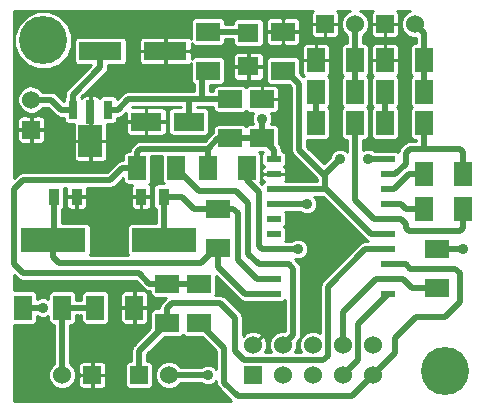
<source format=gtl>
G04 (created by PCBNEW (2013-07-07 BZR 4022)-stable) date 16/12/2013 13:18:01*
%MOIN*%
G04 Gerber Fmt 3.4, Leading zero omitted, Abs format*
%FSLAX34Y34*%
G01*
G70*
G90*
G04 APERTURE LIST*
%ADD10C,0.00393701*%
%ADD11R,0.0276X0.063*%
%ADD12R,0.0276X0.0827*%
%ADD13R,0.0787X0.1083*%
%ADD14R,0.08X0.06*%
%ADD15R,0.06X0.08*%
%ADD16R,0.035X0.055*%
%ADD17R,0.2165X0.0787*%
%ADD18R,0.06X0.06*%
%ADD19C,0.06*%
%ADD20R,0.0709X0.0629*%
%ADD21R,0.1417X0.063*%
%ADD22R,0.1024X0.063*%
%ADD23R,0.05X0.02*%
%ADD24C,0.16*%
%ADD25C,0.035*%
%ADD26C,0.019685*%
%ADD27C,0.011811*%
%ADD28C,0.00984252*%
G04 APERTURE END LIST*
G54D10*
G54D11*
X29724Y-11751D03*
G54D12*
X29133Y-11849D03*
G54D11*
X28542Y-11751D03*
G54D13*
X29133Y-12794D03*
G54D14*
X40700Y-16400D03*
X40700Y-17700D03*
X31700Y-17550D03*
X31700Y-18850D03*
G54D15*
X30700Y-13700D03*
X32000Y-13700D03*
X33050Y-13700D03*
X34350Y-13700D03*
G54D14*
X33050Y-9150D03*
X33050Y-10450D03*
X32750Y-17550D03*
X32750Y-18850D03*
X33800Y-11400D03*
X33800Y-12700D03*
X35550Y-10450D03*
X35550Y-9150D03*
X33400Y-16350D03*
X33400Y-15050D03*
X34850Y-12700D03*
X34850Y-11400D03*
G54D15*
X40250Y-15050D03*
X41550Y-15050D03*
X40250Y-13900D03*
X41550Y-13900D03*
X38950Y-12200D03*
X40250Y-12200D03*
X36650Y-12200D03*
X37950Y-12200D03*
X40250Y-11150D03*
X38950Y-11150D03*
X40250Y-10100D03*
X38950Y-10100D03*
X37950Y-10100D03*
X36650Y-10100D03*
X37950Y-11150D03*
X36650Y-11150D03*
G54D16*
X27925Y-14650D03*
X28675Y-14650D03*
X31575Y-14650D03*
X30825Y-14650D03*
G54D17*
X27900Y-16100D03*
X31600Y-16100D03*
G54D18*
X38950Y-8900D03*
G54D19*
X39950Y-8900D03*
G54D18*
X36950Y-8900D03*
G54D19*
X37950Y-8900D03*
G54D18*
X27165Y-12417D03*
G54D19*
X27165Y-11417D03*
G54D20*
X34400Y-9191D03*
X34400Y-10309D03*
G54D21*
X29467Y-9800D03*
X31633Y-9800D03*
G54D22*
X32409Y-12150D03*
X30991Y-12150D03*
G54D15*
X26900Y-18350D03*
X28200Y-18350D03*
X29300Y-18350D03*
X30600Y-18350D03*
G54D23*
X39050Y-17900D03*
X39050Y-17400D03*
X39050Y-16900D03*
X39050Y-16400D03*
X39050Y-15900D03*
X39050Y-15400D03*
X39050Y-14900D03*
X39050Y-14400D03*
X39050Y-13900D03*
X39050Y-13400D03*
X35250Y-13400D03*
X35250Y-13900D03*
X35250Y-14400D03*
X35250Y-14900D03*
X35250Y-15400D03*
X35250Y-15900D03*
X35250Y-16400D03*
X35250Y-16900D03*
X35250Y-17400D03*
X35250Y-17900D03*
G54D18*
X34550Y-20600D03*
G54D19*
X34550Y-19600D03*
X35550Y-20600D03*
X35550Y-19600D03*
X36550Y-20600D03*
X36550Y-19600D03*
X37550Y-20600D03*
X37550Y-19600D03*
X38550Y-20600D03*
X38550Y-19600D03*
G54D18*
X30750Y-20600D03*
G54D19*
X31750Y-20600D03*
G54D18*
X29200Y-20600D03*
G54D19*
X28200Y-20600D03*
G54D24*
X40944Y-20472D03*
X27559Y-9448D03*
G54D25*
X41550Y-16400D03*
X34850Y-12050D03*
X37100Y-15600D03*
X29650Y-14650D03*
X33050Y-20600D03*
X36050Y-16400D03*
X36350Y-14900D03*
X27550Y-18350D03*
X37450Y-13400D03*
X38400Y-13400D03*
G54D26*
X28542Y-11751D02*
X28542Y-11257D01*
X29467Y-10333D02*
X29467Y-9800D01*
X28542Y-11257D02*
X29467Y-10333D01*
X27165Y-11417D02*
X27817Y-11417D01*
X28151Y-11751D02*
X28542Y-11751D01*
X27817Y-11417D02*
X28151Y-11751D01*
X34850Y-12700D02*
X34850Y-12050D01*
X41550Y-16400D02*
X40700Y-16400D01*
X33800Y-12700D02*
X34850Y-12700D01*
X34850Y-12700D02*
X35250Y-13100D01*
X35250Y-13100D02*
X35250Y-13400D01*
X33050Y-13700D02*
X33050Y-13050D01*
X30700Y-13700D02*
X30700Y-13150D01*
X33400Y-12700D02*
X33800Y-12700D01*
X33050Y-13050D02*
X33400Y-12700D01*
X30800Y-13050D02*
X33050Y-13050D01*
X30700Y-13150D02*
X30800Y-13050D01*
X31700Y-17550D02*
X31100Y-17550D01*
X30200Y-13700D02*
X30700Y-13700D01*
X29800Y-14100D02*
X30200Y-13700D01*
X26900Y-14100D02*
X29800Y-14100D01*
X26600Y-14400D02*
X26900Y-14100D01*
X26600Y-16900D02*
X26600Y-14400D01*
X26900Y-17200D02*
X26600Y-16900D01*
X30750Y-17200D02*
X26900Y-17200D01*
X31100Y-17550D02*
X30750Y-17200D01*
X32750Y-17550D02*
X31700Y-17550D01*
X35250Y-16900D02*
X35750Y-16900D01*
X35900Y-19250D02*
X35550Y-19600D01*
X35900Y-17050D02*
X35900Y-19250D01*
X35750Y-16900D02*
X35900Y-17050D01*
X35250Y-16900D02*
X34750Y-16900D01*
X32750Y-14450D02*
X32000Y-13700D01*
X34000Y-14450D02*
X32750Y-14450D01*
X34400Y-14850D02*
X34000Y-14450D01*
X34400Y-16550D02*
X34400Y-14850D01*
X34750Y-16900D02*
X34400Y-16550D01*
X31750Y-20600D02*
X32250Y-20600D01*
X36050Y-16400D02*
X35250Y-16400D01*
X32250Y-20600D02*
X33050Y-20600D01*
X34350Y-13700D02*
X34350Y-14100D01*
X34850Y-16400D02*
X35250Y-16400D01*
X34750Y-16300D02*
X34850Y-16400D01*
X34750Y-14500D02*
X34750Y-16300D01*
X34350Y-14100D02*
X34750Y-14500D01*
X26900Y-18350D02*
X27550Y-18350D01*
X36350Y-14900D02*
X35250Y-14900D01*
X28200Y-20600D02*
X28200Y-18350D01*
G54D27*
X28750Y-18400D02*
X28750Y-18350D01*
X28750Y-18350D02*
X28750Y-18400D01*
X28750Y-18400D02*
X28750Y-18350D01*
G54D26*
X28200Y-18350D02*
X28750Y-18350D01*
X28750Y-18350D02*
X29300Y-18350D01*
X38550Y-20600D02*
X37850Y-21300D01*
X33600Y-19700D02*
X32750Y-18850D01*
X33600Y-20850D02*
X33600Y-19700D01*
X34050Y-21300D02*
X33600Y-20850D01*
X37850Y-21300D02*
X34050Y-21300D01*
X39050Y-16900D02*
X39650Y-16900D01*
X39300Y-19850D02*
X38550Y-20600D01*
X39300Y-19350D02*
X39300Y-19850D01*
X40000Y-18650D02*
X39300Y-19350D01*
X40950Y-18650D02*
X40000Y-18650D01*
X41450Y-18150D02*
X40950Y-18650D01*
X41450Y-17200D02*
X41450Y-18150D01*
X41300Y-17050D02*
X41450Y-17200D01*
X39800Y-17050D02*
X41300Y-17050D01*
X39650Y-16900D02*
X39800Y-17050D01*
X37550Y-19600D02*
X37550Y-18500D01*
X38650Y-17400D02*
X39050Y-17400D01*
X37550Y-18500D02*
X38650Y-17400D01*
X40700Y-17700D02*
X39850Y-17700D01*
X39550Y-17400D02*
X39050Y-17400D01*
X39850Y-17700D02*
X39550Y-17400D01*
X37550Y-20600D02*
X38050Y-20100D01*
X38050Y-18900D02*
X39050Y-17900D01*
X38050Y-20100D02*
X38050Y-18900D01*
X31700Y-18850D02*
X31700Y-18350D01*
X38300Y-16400D02*
X39050Y-16400D01*
X37050Y-17650D02*
X38300Y-16400D01*
X37050Y-19950D02*
X37050Y-17650D01*
X36900Y-20100D02*
X37050Y-19950D01*
X34250Y-20100D02*
X36900Y-20100D01*
X33950Y-19800D02*
X34250Y-20100D01*
X33950Y-18700D02*
X33950Y-19800D01*
X33450Y-18200D02*
X33950Y-18700D01*
X31850Y-18200D02*
X33450Y-18200D01*
X31700Y-18350D02*
X31850Y-18200D01*
X30750Y-20600D02*
X30750Y-19800D01*
X30750Y-19800D02*
X31700Y-18850D01*
X35250Y-17400D02*
X34700Y-17400D01*
X33900Y-15050D02*
X33400Y-15050D01*
X34050Y-15200D02*
X33900Y-15050D01*
X34050Y-16750D02*
X34050Y-15200D01*
X34700Y-17400D02*
X34050Y-16750D01*
X31600Y-16100D02*
X31600Y-14675D01*
X31600Y-14675D02*
X31575Y-14650D01*
X33400Y-15050D02*
X32570Y-15050D01*
X32170Y-14650D02*
X31575Y-14650D01*
X32570Y-15050D02*
X32170Y-14650D01*
X40250Y-10100D02*
X40250Y-11150D01*
X39950Y-8900D02*
X40250Y-9200D01*
X40250Y-9200D02*
X40250Y-10100D01*
X38950Y-11150D02*
X38950Y-12200D01*
X35250Y-17900D02*
X34300Y-17900D01*
X33400Y-17000D02*
X33400Y-16350D01*
X34300Y-17900D02*
X33400Y-17000D01*
X33400Y-16350D02*
X33310Y-16350D01*
X27900Y-16660D02*
X27900Y-16100D01*
X28090Y-16850D02*
X27900Y-16660D01*
X32810Y-16850D02*
X28090Y-16850D01*
X33310Y-16350D02*
X32810Y-16850D01*
X27925Y-14650D02*
X27925Y-16075D01*
X27925Y-16075D02*
X27900Y-16100D01*
X35550Y-10450D02*
X35650Y-10450D01*
X36100Y-13100D02*
X36950Y-13950D01*
X36100Y-10900D02*
X36100Y-13100D01*
X35650Y-10450D02*
X36100Y-10900D01*
X39050Y-13400D02*
X38400Y-13400D01*
X36950Y-13900D02*
X36950Y-13950D01*
X36950Y-13950D02*
X36950Y-14400D01*
X37450Y-13400D02*
X36950Y-13900D01*
X39050Y-15900D02*
X38500Y-15900D01*
X37000Y-14400D02*
X36950Y-14400D01*
X36950Y-14400D02*
X36075Y-14400D01*
X36075Y-14400D02*
X35900Y-14400D01*
X35900Y-14400D02*
X35250Y-14400D01*
X38500Y-15900D02*
X37000Y-14400D01*
X39050Y-15400D02*
X38600Y-15400D01*
X37950Y-14750D02*
X37950Y-12200D01*
X38600Y-15400D02*
X37950Y-14750D01*
X39050Y-15400D02*
X39500Y-15400D01*
X41550Y-15700D02*
X41550Y-15050D01*
X41450Y-15800D02*
X41550Y-15700D01*
X39750Y-15800D02*
X41450Y-15800D01*
X39650Y-15700D02*
X39750Y-15800D01*
X39650Y-15550D02*
X39650Y-15700D01*
X39500Y-15400D02*
X39650Y-15550D01*
X39050Y-14900D02*
X39500Y-14900D01*
X39650Y-15050D02*
X40250Y-15050D01*
X39500Y-14900D02*
X39650Y-15050D01*
X39050Y-14400D02*
X39250Y-14400D01*
X39750Y-13900D02*
X40250Y-13900D01*
X39250Y-14400D02*
X39750Y-13900D01*
X40250Y-12200D02*
X40250Y-13050D01*
X39050Y-13900D02*
X39300Y-13900D01*
X41550Y-13150D02*
X41550Y-13900D01*
X41450Y-13050D02*
X41550Y-13150D01*
X39800Y-13050D02*
X40250Y-13050D01*
X40250Y-13050D02*
X41450Y-13050D01*
X39650Y-13200D02*
X39800Y-13050D01*
X39650Y-13550D02*
X39650Y-13200D01*
X39300Y-13900D02*
X39650Y-13550D01*
X36650Y-11150D02*
X36650Y-12200D01*
X37950Y-8900D02*
X37950Y-10100D01*
X37950Y-10100D02*
X37950Y-11150D01*
X33050Y-9150D02*
X34359Y-9150D01*
X34359Y-9150D02*
X34400Y-9191D01*
X32409Y-12150D02*
X32409Y-11400D01*
X32400Y-11450D02*
X32400Y-11400D01*
X32400Y-11409D02*
X32400Y-11450D01*
X32409Y-11400D02*
X32400Y-11409D01*
X29724Y-11751D02*
X30048Y-11751D01*
X30400Y-11400D02*
X32400Y-11400D01*
X32400Y-11400D02*
X32650Y-11400D01*
X30048Y-11751D02*
X30400Y-11400D01*
X32800Y-11400D02*
X32650Y-11400D01*
X33800Y-11400D02*
X32800Y-11400D01*
X32850Y-11350D02*
X32850Y-10500D01*
X32800Y-11400D02*
X32850Y-11350D01*
G54D10*
G36*
X31571Y-14207D02*
X31366Y-14207D01*
X31305Y-14233D01*
X31258Y-14280D01*
X31232Y-14341D01*
X31232Y-14408D01*
X31232Y-14958D01*
X31258Y-15019D01*
X31305Y-15066D01*
X31334Y-15078D01*
X31334Y-15539D01*
X31167Y-15539D01*
X31167Y-14891D01*
X31167Y-14701D01*
X31125Y-14659D01*
X30834Y-14659D01*
X30834Y-15050D01*
X30876Y-15092D01*
X31033Y-15092D01*
X31094Y-15066D01*
X31141Y-15019D01*
X31167Y-14958D01*
X31167Y-14891D01*
X31167Y-15539D01*
X30815Y-15539D01*
X30815Y-15050D01*
X30815Y-14659D01*
X30524Y-14659D01*
X30482Y-14701D01*
X30482Y-14891D01*
X30482Y-14958D01*
X30508Y-15019D01*
X30555Y-15066D01*
X30616Y-15092D01*
X30773Y-15092D01*
X30815Y-15050D01*
X30815Y-15539D01*
X30484Y-15539D01*
X30422Y-15564D01*
X30375Y-15611D01*
X30350Y-15673D01*
X30350Y-15739D01*
X30350Y-16526D01*
X30373Y-16584D01*
X29125Y-16584D01*
X29149Y-16526D01*
X29149Y-16460D01*
X29149Y-15673D01*
X29124Y-15611D01*
X29077Y-15564D01*
X29017Y-15539D01*
X29017Y-14891D01*
X29017Y-14701D01*
X28975Y-14659D01*
X28684Y-14659D01*
X28684Y-15050D01*
X28726Y-15092D01*
X28883Y-15092D01*
X28944Y-15066D01*
X28991Y-15019D01*
X29017Y-14958D01*
X29017Y-14891D01*
X29017Y-15539D01*
X29015Y-15539D01*
X28949Y-15539D01*
X28665Y-15539D01*
X28665Y-15050D01*
X28665Y-14659D01*
X28374Y-14659D01*
X28332Y-14701D01*
X28332Y-14891D01*
X28332Y-14958D01*
X28358Y-15019D01*
X28405Y-15066D01*
X28466Y-15092D01*
X28623Y-15092D01*
X28665Y-15050D01*
X28665Y-15539D01*
X28190Y-15539D01*
X28190Y-15068D01*
X28194Y-15066D01*
X28241Y-15019D01*
X28267Y-14958D01*
X28267Y-14891D01*
X28267Y-14365D01*
X28332Y-14365D01*
X28332Y-14408D01*
X28332Y-14598D01*
X28374Y-14640D01*
X28665Y-14640D01*
X28665Y-14632D01*
X28684Y-14632D01*
X28684Y-14640D01*
X28975Y-14640D01*
X29017Y-14598D01*
X29017Y-14408D01*
X29017Y-14365D01*
X29800Y-14365D01*
X29901Y-14345D01*
X29901Y-14345D01*
X29987Y-14287D01*
X30232Y-14043D01*
X30232Y-14133D01*
X30258Y-14194D01*
X30305Y-14241D01*
X30366Y-14267D01*
X30433Y-14267D01*
X30520Y-14267D01*
X30508Y-14280D01*
X30482Y-14341D01*
X30482Y-14408D01*
X30482Y-14598D01*
X30524Y-14640D01*
X30815Y-14640D01*
X30815Y-14632D01*
X30834Y-14632D01*
X30834Y-14640D01*
X31125Y-14640D01*
X31167Y-14598D01*
X31167Y-14408D01*
X31167Y-14341D01*
X31141Y-14280D01*
X31099Y-14237D01*
X31141Y-14194D01*
X31167Y-14133D01*
X31167Y-14066D01*
X31167Y-13315D01*
X31532Y-13315D01*
X31532Y-13333D01*
X31532Y-14133D01*
X31558Y-14194D01*
X31571Y-14207D01*
X31571Y-14207D01*
G37*
G54D28*
X31571Y-14207D02*
X31366Y-14207D01*
X31305Y-14233D01*
X31258Y-14280D01*
X31232Y-14341D01*
X31232Y-14408D01*
X31232Y-14958D01*
X31258Y-15019D01*
X31305Y-15066D01*
X31334Y-15078D01*
X31334Y-15539D01*
X31167Y-15539D01*
X31167Y-14891D01*
X31167Y-14701D01*
X31125Y-14659D01*
X30834Y-14659D01*
X30834Y-15050D01*
X30876Y-15092D01*
X31033Y-15092D01*
X31094Y-15066D01*
X31141Y-15019D01*
X31167Y-14958D01*
X31167Y-14891D01*
X31167Y-15539D01*
X30815Y-15539D01*
X30815Y-15050D01*
X30815Y-14659D01*
X30524Y-14659D01*
X30482Y-14701D01*
X30482Y-14891D01*
X30482Y-14958D01*
X30508Y-15019D01*
X30555Y-15066D01*
X30616Y-15092D01*
X30773Y-15092D01*
X30815Y-15050D01*
X30815Y-15539D01*
X30484Y-15539D01*
X30422Y-15564D01*
X30375Y-15611D01*
X30350Y-15673D01*
X30350Y-15739D01*
X30350Y-16526D01*
X30373Y-16584D01*
X29125Y-16584D01*
X29149Y-16526D01*
X29149Y-16460D01*
X29149Y-15673D01*
X29124Y-15611D01*
X29077Y-15564D01*
X29017Y-15539D01*
X29017Y-14891D01*
X29017Y-14701D01*
X28975Y-14659D01*
X28684Y-14659D01*
X28684Y-15050D01*
X28726Y-15092D01*
X28883Y-15092D01*
X28944Y-15066D01*
X28991Y-15019D01*
X29017Y-14958D01*
X29017Y-14891D01*
X29017Y-15539D01*
X29015Y-15539D01*
X28949Y-15539D01*
X28665Y-15539D01*
X28665Y-15050D01*
X28665Y-14659D01*
X28374Y-14659D01*
X28332Y-14701D01*
X28332Y-14891D01*
X28332Y-14958D01*
X28358Y-15019D01*
X28405Y-15066D01*
X28466Y-15092D01*
X28623Y-15092D01*
X28665Y-15050D01*
X28665Y-15539D01*
X28190Y-15539D01*
X28190Y-15068D01*
X28194Y-15066D01*
X28241Y-15019D01*
X28267Y-14958D01*
X28267Y-14891D01*
X28267Y-14365D01*
X28332Y-14365D01*
X28332Y-14408D01*
X28332Y-14598D01*
X28374Y-14640D01*
X28665Y-14640D01*
X28665Y-14632D01*
X28684Y-14632D01*
X28684Y-14640D01*
X28975Y-14640D01*
X29017Y-14598D01*
X29017Y-14408D01*
X29017Y-14365D01*
X29800Y-14365D01*
X29901Y-14345D01*
X29901Y-14345D01*
X29987Y-14287D01*
X30232Y-14043D01*
X30232Y-14133D01*
X30258Y-14194D01*
X30305Y-14241D01*
X30366Y-14267D01*
X30433Y-14267D01*
X30520Y-14267D01*
X30508Y-14280D01*
X30482Y-14341D01*
X30482Y-14408D01*
X30482Y-14598D01*
X30524Y-14640D01*
X30815Y-14640D01*
X30815Y-14632D01*
X30834Y-14632D01*
X30834Y-14640D01*
X31125Y-14640D01*
X31167Y-14598D01*
X31167Y-14408D01*
X31167Y-14341D01*
X31141Y-14280D01*
X31099Y-14237D01*
X31141Y-14194D01*
X31167Y-14133D01*
X31167Y-14066D01*
X31167Y-13315D01*
X31532Y-13315D01*
X31532Y-13333D01*
X31532Y-14133D01*
X31558Y-14194D01*
X31571Y-14207D01*
G54D10*
G36*
X33830Y-21456D02*
X29667Y-21456D01*
X29667Y-20866D01*
X29667Y-20333D01*
X29667Y-20266D01*
X29641Y-20205D01*
X29594Y-20158D01*
X29533Y-20132D01*
X29251Y-20132D01*
X29209Y-20174D01*
X29209Y-20590D01*
X29625Y-20590D01*
X29667Y-20548D01*
X29667Y-20333D01*
X29667Y-20866D01*
X29667Y-20651D01*
X29625Y-20609D01*
X29209Y-20609D01*
X29209Y-21025D01*
X29251Y-21067D01*
X29533Y-21067D01*
X29594Y-21041D01*
X29641Y-20994D01*
X29667Y-20933D01*
X29667Y-20866D01*
X29667Y-21456D01*
X29190Y-21456D01*
X29190Y-21025D01*
X29190Y-20609D01*
X29190Y-20590D01*
X29190Y-20174D01*
X29148Y-20132D01*
X28866Y-20132D01*
X28805Y-20158D01*
X28758Y-20205D01*
X28732Y-20266D01*
X28732Y-20333D01*
X28732Y-20548D01*
X28774Y-20590D01*
X29190Y-20590D01*
X29190Y-20609D01*
X28774Y-20609D01*
X28732Y-20651D01*
X28732Y-20866D01*
X28732Y-20933D01*
X28758Y-20994D01*
X28805Y-21041D01*
X28866Y-21067D01*
X29148Y-21067D01*
X29190Y-21025D01*
X29190Y-21456D01*
X26574Y-21456D01*
X26574Y-19291D01*
X26574Y-18917D01*
X26633Y-18917D01*
X27233Y-18917D01*
X27294Y-18891D01*
X27341Y-18844D01*
X27367Y-18783D01*
X27367Y-18716D01*
X27367Y-18644D01*
X27481Y-18692D01*
X27617Y-18692D01*
X27732Y-18644D01*
X27732Y-18783D01*
X27758Y-18844D01*
X27805Y-18891D01*
X27866Y-18917D01*
X27933Y-18917D01*
X27934Y-18917D01*
X27934Y-20204D01*
X27804Y-20334D01*
X27732Y-20506D01*
X27732Y-20692D01*
X27803Y-20864D01*
X27934Y-20995D01*
X28106Y-21067D01*
X28292Y-21067D01*
X28464Y-20996D01*
X28595Y-20865D01*
X28667Y-20693D01*
X28667Y-20507D01*
X28596Y-20335D01*
X28465Y-20204D01*
X28465Y-18917D01*
X28533Y-18917D01*
X28594Y-18891D01*
X28641Y-18844D01*
X28667Y-18783D01*
X28667Y-18716D01*
X28667Y-18615D01*
X28696Y-18615D01*
X28750Y-18626D01*
X28803Y-18615D01*
X28832Y-18615D01*
X28832Y-18783D01*
X28858Y-18844D01*
X28905Y-18891D01*
X28966Y-18917D01*
X29033Y-18917D01*
X29633Y-18917D01*
X29694Y-18891D01*
X29741Y-18844D01*
X29767Y-18783D01*
X29767Y-18716D01*
X29767Y-17916D01*
X29741Y-17855D01*
X29694Y-17808D01*
X29633Y-17782D01*
X29566Y-17782D01*
X28966Y-17782D01*
X28905Y-17808D01*
X28858Y-17855D01*
X28832Y-17916D01*
X28832Y-17983D01*
X28832Y-18084D01*
X28750Y-18084D01*
X28667Y-18084D01*
X28667Y-17916D01*
X28641Y-17855D01*
X28594Y-17808D01*
X28533Y-17782D01*
X28466Y-17782D01*
X27866Y-17782D01*
X27805Y-17808D01*
X27758Y-17855D01*
X27732Y-17916D01*
X27732Y-17983D01*
X27732Y-18055D01*
X27618Y-18007D01*
X27482Y-18007D01*
X27367Y-18055D01*
X27367Y-17916D01*
X27341Y-17855D01*
X27294Y-17808D01*
X27233Y-17782D01*
X27166Y-17782D01*
X26574Y-17782D01*
X26574Y-17250D01*
X26712Y-17387D01*
X26712Y-17387D01*
X26769Y-17426D01*
X26798Y-17445D01*
X26798Y-17445D01*
X26899Y-17465D01*
X26900Y-17465D01*
X30639Y-17465D01*
X30912Y-17737D01*
X30912Y-17737D01*
X30998Y-17795D01*
X30998Y-17795D01*
X31099Y-17815D01*
X31100Y-17815D01*
X31132Y-17815D01*
X31132Y-17883D01*
X31158Y-17944D01*
X31205Y-17991D01*
X31266Y-18017D01*
X31333Y-18017D01*
X31656Y-18017D01*
X31512Y-18162D01*
X31454Y-18248D01*
X31434Y-18350D01*
X31434Y-18382D01*
X31266Y-18382D01*
X31205Y-18408D01*
X31158Y-18455D01*
X31132Y-18516D01*
X31132Y-18583D01*
X31132Y-19041D01*
X31067Y-19106D01*
X31067Y-18716D01*
X31067Y-17983D01*
X31067Y-17916D01*
X31041Y-17855D01*
X30994Y-17808D01*
X30933Y-17782D01*
X30651Y-17782D01*
X30609Y-17824D01*
X30609Y-18340D01*
X31025Y-18340D01*
X31067Y-18298D01*
X31067Y-17983D01*
X31067Y-18716D01*
X31067Y-18401D01*
X31025Y-18359D01*
X30609Y-18359D01*
X30609Y-18875D01*
X30651Y-18917D01*
X30933Y-18917D01*
X30994Y-18891D01*
X31041Y-18844D01*
X31067Y-18783D01*
X31067Y-18716D01*
X31067Y-19106D01*
X30590Y-19584D01*
X30590Y-18875D01*
X30590Y-18359D01*
X30590Y-18340D01*
X30590Y-17824D01*
X30548Y-17782D01*
X30266Y-17782D01*
X30205Y-17808D01*
X30158Y-17855D01*
X30132Y-17916D01*
X30132Y-17983D01*
X30132Y-18298D01*
X30174Y-18340D01*
X30590Y-18340D01*
X30590Y-18359D01*
X30174Y-18359D01*
X30132Y-18401D01*
X30132Y-18716D01*
X30132Y-18783D01*
X30158Y-18844D01*
X30205Y-18891D01*
X30266Y-18917D01*
X30548Y-18917D01*
X30590Y-18875D01*
X30590Y-19584D01*
X30562Y-19612D01*
X30504Y-19698D01*
X30484Y-19800D01*
X30484Y-20132D01*
X30416Y-20132D01*
X30355Y-20158D01*
X30308Y-20205D01*
X30282Y-20266D01*
X30282Y-20333D01*
X30282Y-20933D01*
X30308Y-20994D01*
X30355Y-21041D01*
X30416Y-21067D01*
X30483Y-21067D01*
X31083Y-21067D01*
X31144Y-21041D01*
X31191Y-20994D01*
X31217Y-20933D01*
X31217Y-20866D01*
X31217Y-20266D01*
X31191Y-20205D01*
X31144Y-20158D01*
X31083Y-20132D01*
X31016Y-20132D01*
X31015Y-20132D01*
X31015Y-19910D01*
X31608Y-19317D01*
X32133Y-19317D01*
X32194Y-19291D01*
X32225Y-19261D01*
X32255Y-19291D01*
X32316Y-19317D01*
X32383Y-19317D01*
X32841Y-19317D01*
X33334Y-19810D01*
X33334Y-20400D01*
X33244Y-20309D01*
X33118Y-20257D01*
X32982Y-20257D01*
X32856Y-20309D01*
X32831Y-20334D01*
X32250Y-20334D01*
X32145Y-20334D01*
X32015Y-20204D01*
X31843Y-20132D01*
X31657Y-20132D01*
X31485Y-20203D01*
X31354Y-20334D01*
X31282Y-20506D01*
X31282Y-20692D01*
X31353Y-20864D01*
X31484Y-20995D01*
X31656Y-21067D01*
X31842Y-21067D01*
X32014Y-20996D01*
X32145Y-20865D01*
X32250Y-20865D01*
X32831Y-20865D01*
X32855Y-20890D01*
X32981Y-20942D01*
X33117Y-20942D01*
X33243Y-20890D01*
X33334Y-20799D01*
X33334Y-20850D01*
X33354Y-20951D01*
X33412Y-21037D01*
X33830Y-21456D01*
X33830Y-21456D01*
G37*
G54D28*
X33830Y-21456D02*
X29667Y-21456D01*
X29667Y-20866D01*
X29667Y-20333D01*
X29667Y-20266D01*
X29641Y-20205D01*
X29594Y-20158D01*
X29533Y-20132D01*
X29251Y-20132D01*
X29209Y-20174D01*
X29209Y-20590D01*
X29625Y-20590D01*
X29667Y-20548D01*
X29667Y-20333D01*
X29667Y-20866D01*
X29667Y-20651D01*
X29625Y-20609D01*
X29209Y-20609D01*
X29209Y-21025D01*
X29251Y-21067D01*
X29533Y-21067D01*
X29594Y-21041D01*
X29641Y-20994D01*
X29667Y-20933D01*
X29667Y-20866D01*
X29667Y-21456D01*
X29190Y-21456D01*
X29190Y-21025D01*
X29190Y-20609D01*
X29190Y-20590D01*
X29190Y-20174D01*
X29148Y-20132D01*
X28866Y-20132D01*
X28805Y-20158D01*
X28758Y-20205D01*
X28732Y-20266D01*
X28732Y-20333D01*
X28732Y-20548D01*
X28774Y-20590D01*
X29190Y-20590D01*
X29190Y-20609D01*
X28774Y-20609D01*
X28732Y-20651D01*
X28732Y-20866D01*
X28732Y-20933D01*
X28758Y-20994D01*
X28805Y-21041D01*
X28866Y-21067D01*
X29148Y-21067D01*
X29190Y-21025D01*
X29190Y-21456D01*
X26574Y-21456D01*
X26574Y-19291D01*
X26574Y-18917D01*
X26633Y-18917D01*
X27233Y-18917D01*
X27294Y-18891D01*
X27341Y-18844D01*
X27367Y-18783D01*
X27367Y-18716D01*
X27367Y-18644D01*
X27481Y-18692D01*
X27617Y-18692D01*
X27732Y-18644D01*
X27732Y-18783D01*
X27758Y-18844D01*
X27805Y-18891D01*
X27866Y-18917D01*
X27933Y-18917D01*
X27934Y-18917D01*
X27934Y-20204D01*
X27804Y-20334D01*
X27732Y-20506D01*
X27732Y-20692D01*
X27803Y-20864D01*
X27934Y-20995D01*
X28106Y-21067D01*
X28292Y-21067D01*
X28464Y-20996D01*
X28595Y-20865D01*
X28667Y-20693D01*
X28667Y-20507D01*
X28596Y-20335D01*
X28465Y-20204D01*
X28465Y-18917D01*
X28533Y-18917D01*
X28594Y-18891D01*
X28641Y-18844D01*
X28667Y-18783D01*
X28667Y-18716D01*
X28667Y-18615D01*
X28696Y-18615D01*
X28750Y-18626D01*
X28803Y-18615D01*
X28832Y-18615D01*
X28832Y-18783D01*
X28858Y-18844D01*
X28905Y-18891D01*
X28966Y-18917D01*
X29033Y-18917D01*
X29633Y-18917D01*
X29694Y-18891D01*
X29741Y-18844D01*
X29767Y-18783D01*
X29767Y-18716D01*
X29767Y-17916D01*
X29741Y-17855D01*
X29694Y-17808D01*
X29633Y-17782D01*
X29566Y-17782D01*
X28966Y-17782D01*
X28905Y-17808D01*
X28858Y-17855D01*
X28832Y-17916D01*
X28832Y-17983D01*
X28832Y-18084D01*
X28750Y-18084D01*
X28667Y-18084D01*
X28667Y-17916D01*
X28641Y-17855D01*
X28594Y-17808D01*
X28533Y-17782D01*
X28466Y-17782D01*
X27866Y-17782D01*
X27805Y-17808D01*
X27758Y-17855D01*
X27732Y-17916D01*
X27732Y-17983D01*
X27732Y-18055D01*
X27618Y-18007D01*
X27482Y-18007D01*
X27367Y-18055D01*
X27367Y-17916D01*
X27341Y-17855D01*
X27294Y-17808D01*
X27233Y-17782D01*
X27166Y-17782D01*
X26574Y-17782D01*
X26574Y-17250D01*
X26712Y-17387D01*
X26712Y-17387D01*
X26769Y-17426D01*
X26798Y-17445D01*
X26798Y-17445D01*
X26899Y-17465D01*
X26900Y-17465D01*
X30639Y-17465D01*
X30912Y-17737D01*
X30912Y-17737D01*
X30998Y-17795D01*
X30998Y-17795D01*
X31099Y-17815D01*
X31100Y-17815D01*
X31132Y-17815D01*
X31132Y-17883D01*
X31158Y-17944D01*
X31205Y-17991D01*
X31266Y-18017D01*
X31333Y-18017D01*
X31656Y-18017D01*
X31512Y-18162D01*
X31454Y-18248D01*
X31434Y-18350D01*
X31434Y-18382D01*
X31266Y-18382D01*
X31205Y-18408D01*
X31158Y-18455D01*
X31132Y-18516D01*
X31132Y-18583D01*
X31132Y-19041D01*
X31067Y-19106D01*
X31067Y-18716D01*
X31067Y-17983D01*
X31067Y-17916D01*
X31041Y-17855D01*
X30994Y-17808D01*
X30933Y-17782D01*
X30651Y-17782D01*
X30609Y-17824D01*
X30609Y-18340D01*
X31025Y-18340D01*
X31067Y-18298D01*
X31067Y-17983D01*
X31067Y-18716D01*
X31067Y-18401D01*
X31025Y-18359D01*
X30609Y-18359D01*
X30609Y-18875D01*
X30651Y-18917D01*
X30933Y-18917D01*
X30994Y-18891D01*
X31041Y-18844D01*
X31067Y-18783D01*
X31067Y-18716D01*
X31067Y-19106D01*
X30590Y-19584D01*
X30590Y-18875D01*
X30590Y-18359D01*
X30590Y-18340D01*
X30590Y-17824D01*
X30548Y-17782D01*
X30266Y-17782D01*
X30205Y-17808D01*
X30158Y-17855D01*
X30132Y-17916D01*
X30132Y-17983D01*
X30132Y-18298D01*
X30174Y-18340D01*
X30590Y-18340D01*
X30590Y-18359D01*
X30174Y-18359D01*
X30132Y-18401D01*
X30132Y-18716D01*
X30132Y-18783D01*
X30158Y-18844D01*
X30205Y-18891D01*
X30266Y-18917D01*
X30548Y-18917D01*
X30590Y-18875D01*
X30590Y-19584D01*
X30562Y-19612D01*
X30504Y-19698D01*
X30484Y-19800D01*
X30484Y-20132D01*
X30416Y-20132D01*
X30355Y-20158D01*
X30308Y-20205D01*
X30282Y-20266D01*
X30282Y-20333D01*
X30282Y-20933D01*
X30308Y-20994D01*
X30355Y-21041D01*
X30416Y-21067D01*
X30483Y-21067D01*
X31083Y-21067D01*
X31144Y-21041D01*
X31191Y-20994D01*
X31217Y-20933D01*
X31217Y-20866D01*
X31217Y-20266D01*
X31191Y-20205D01*
X31144Y-20158D01*
X31083Y-20132D01*
X31016Y-20132D01*
X31015Y-20132D01*
X31015Y-19910D01*
X31608Y-19317D01*
X32133Y-19317D01*
X32194Y-19291D01*
X32225Y-19261D01*
X32255Y-19291D01*
X32316Y-19317D01*
X32383Y-19317D01*
X32841Y-19317D01*
X33334Y-19810D01*
X33334Y-20400D01*
X33244Y-20309D01*
X33118Y-20257D01*
X32982Y-20257D01*
X32856Y-20309D01*
X32831Y-20334D01*
X32250Y-20334D01*
X32145Y-20334D01*
X32015Y-20204D01*
X31843Y-20132D01*
X31657Y-20132D01*
X31485Y-20203D01*
X31354Y-20334D01*
X31282Y-20506D01*
X31282Y-20692D01*
X31353Y-20864D01*
X31484Y-20995D01*
X31656Y-21067D01*
X31842Y-21067D01*
X32014Y-20996D01*
X32145Y-20865D01*
X32250Y-20865D01*
X32831Y-20865D01*
X32855Y-20890D01*
X32981Y-20942D01*
X33117Y-20942D01*
X33243Y-20890D01*
X33334Y-20799D01*
X33334Y-20850D01*
X33354Y-20951D01*
X33412Y-21037D01*
X33830Y-21456D01*
G54D10*
G36*
X35634Y-19132D02*
X35457Y-19132D01*
X35285Y-19203D01*
X35154Y-19334D01*
X35082Y-19506D01*
X35082Y-19692D01*
X35141Y-19834D01*
X34957Y-19834D01*
X35015Y-19701D01*
X35018Y-19515D01*
X34951Y-19342D01*
X34941Y-19327D01*
X34864Y-19299D01*
X34850Y-19313D01*
X34563Y-19600D01*
X34569Y-19605D01*
X34555Y-19619D01*
X34550Y-19613D01*
X34544Y-19619D01*
X34530Y-19605D01*
X34536Y-19600D01*
X34530Y-19594D01*
X34544Y-19580D01*
X34550Y-19586D01*
X34850Y-19285D01*
X34822Y-19208D01*
X34651Y-19134D01*
X34465Y-19131D01*
X34292Y-19198D01*
X34277Y-19208D01*
X34249Y-19285D01*
X34220Y-19256D01*
X34215Y-19261D01*
X34215Y-18700D01*
X34195Y-18598D01*
X34195Y-18598D01*
X34137Y-18512D01*
X33637Y-18012D01*
X33551Y-17954D01*
X33450Y-17934D01*
X33296Y-17934D01*
X33317Y-17883D01*
X33317Y-17816D01*
X33317Y-17293D01*
X34112Y-18087D01*
X34198Y-18145D01*
X34198Y-18145D01*
X34300Y-18165D01*
X34962Y-18165D01*
X34966Y-18167D01*
X35033Y-18167D01*
X35533Y-18167D01*
X35594Y-18141D01*
X35634Y-18102D01*
X35634Y-19132D01*
X35634Y-19132D01*
G37*
G54D28*
X35634Y-19132D02*
X35457Y-19132D01*
X35285Y-19203D01*
X35154Y-19334D01*
X35082Y-19506D01*
X35082Y-19692D01*
X35141Y-19834D01*
X34957Y-19834D01*
X35015Y-19701D01*
X35018Y-19515D01*
X34951Y-19342D01*
X34941Y-19327D01*
X34864Y-19299D01*
X34850Y-19313D01*
X34563Y-19600D01*
X34569Y-19605D01*
X34555Y-19619D01*
X34550Y-19613D01*
X34544Y-19619D01*
X34530Y-19605D01*
X34536Y-19600D01*
X34530Y-19594D01*
X34544Y-19580D01*
X34550Y-19586D01*
X34850Y-19285D01*
X34822Y-19208D01*
X34651Y-19134D01*
X34465Y-19131D01*
X34292Y-19198D01*
X34277Y-19208D01*
X34249Y-19285D01*
X34220Y-19256D01*
X34215Y-19261D01*
X34215Y-18700D01*
X34195Y-18598D01*
X34195Y-18598D01*
X34137Y-18512D01*
X33637Y-18012D01*
X33551Y-17954D01*
X33450Y-17934D01*
X33296Y-17934D01*
X33317Y-17883D01*
X33317Y-17816D01*
X33317Y-17293D01*
X34112Y-18087D01*
X34198Y-18145D01*
X34198Y-18145D01*
X34300Y-18165D01*
X34962Y-18165D01*
X34966Y-18167D01*
X35033Y-18167D01*
X35533Y-18167D01*
X35594Y-18141D01*
X35634Y-18102D01*
X35634Y-19132D01*
G54D10*
G36*
X37780Y-8464D02*
X37685Y-8503D01*
X37554Y-8634D01*
X37482Y-8806D01*
X37482Y-8992D01*
X37553Y-9164D01*
X37684Y-9295D01*
X37684Y-9532D01*
X37616Y-9532D01*
X37555Y-9558D01*
X37508Y-9605D01*
X37482Y-9666D01*
X37482Y-9733D01*
X37482Y-10533D01*
X37508Y-10594D01*
X37538Y-10625D01*
X37508Y-10655D01*
X37482Y-10716D01*
X37482Y-10783D01*
X37482Y-11583D01*
X37508Y-11644D01*
X37538Y-11675D01*
X37508Y-11705D01*
X37482Y-11766D01*
X37482Y-11833D01*
X37482Y-12633D01*
X37508Y-12694D01*
X37555Y-12741D01*
X37616Y-12767D01*
X37683Y-12767D01*
X37684Y-12767D01*
X37684Y-13150D01*
X37644Y-13109D01*
X37518Y-13057D01*
X37417Y-13057D01*
X37417Y-9166D01*
X37417Y-8951D01*
X37375Y-8909D01*
X36959Y-8909D01*
X36959Y-9325D01*
X37001Y-9367D01*
X37283Y-9367D01*
X37344Y-9341D01*
X37391Y-9294D01*
X37417Y-9233D01*
X37417Y-9166D01*
X37417Y-13057D01*
X37382Y-13057D01*
X37256Y-13109D01*
X37159Y-13205D01*
X37107Y-13331D01*
X37107Y-13366D01*
X36925Y-13549D01*
X36365Y-12989D01*
X36365Y-12767D01*
X36383Y-12767D01*
X36983Y-12767D01*
X37044Y-12741D01*
X37091Y-12694D01*
X37117Y-12633D01*
X37117Y-12566D01*
X37117Y-11766D01*
X37091Y-11705D01*
X37061Y-11674D01*
X37091Y-11644D01*
X37117Y-11583D01*
X37117Y-11516D01*
X37117Y-10716D01*
X37091Y-10655D01*
X37061Y-10624D01*
X37091Y-10594D01*
X37117Y-10533D01*
X37117Y-10466D01*
X37117Y-9733D01*
X37117Y-9666D01*
X37091Y-9605D01*
X37044Y-9558D01*
X36983Y-9532D01*
X36940Y-9532D01*
X36940Y-9325D01*
X36940Y-8909D01*
X36524Y-8909D01*
X36482Y-8951D01*
X36482Y-9166D01*
X36482Y-9233D01*
X36508Y-9294D01*
X36555Y-9341D01*
X36616Y-9367D01*
X36898Y-9367D01*
X36940Y-9325D01*
X36940Y-9532D01*
X36701Y-9532D01*
X36659Y-9574D01*
X36659Y-10090D01*
X37075Y-10090D01*
X37117Y-10048D01*
X37117Y-9733D01*
X37117Y-10466D01*
X37117Y-10151D01*
X37075Y-10109D01*
X36659Y-10109D01*
X36659Y-10117D01*
X36640Y-10117D01*
X36640Y-10109D01*
X36640Y-10090D01*
X36640Y-9574D01*
X36598Y-9532D01*
X36316Y-9532D01*
X36255Y-9558D01*
X36208Y-9605D01*
X36182Y-9666D01*
X36182Y-9733D01*
X36182Y-10048D01*
X36224Y-10090D01*
X36640Y-10090D01*
X36640Y-10109D01*
X36224Y-10109D01*
X36182Y-10151D01*
X36182Y-10466D01*
X36182Y-10533D01*
X36208Y-10594D01*
X36238Y-10625D01*
X36219Y-10643D01*
X36117Y-10541D01*
X36117Y-10116D01*
X36117Y-9483D01*
X36117Y-8816D01*
X36091Y-8755D01*
X36044Y-8708D01*
X35983Y-8682D01*
X35916Y-8682D01*
X35601Y-8682D01*
X35559Y-8724D01*
X35559Y-9140D01*
X36075Y-9140D01*
X36117Y-9098D01*
X36117Y-8816D01*
X36117Y-9483D01*
X36117Y-9201D01*
X36075Y-9159D01*
X35559Y-9159D01*
X35559Y-9575D01*
X35601Y-9617D01*
X35916Y-9617D01*
X35983Y-9617D01*
X36044Y-9591D01*
X36091Y-9544D01*
X36117Y-9483D01*
X36117Y-10116D01*
X36091Y-10055D01*
X36044Y-10008D01*
X35983Y-9982D01*
X35916Y-9982D01*
X35540Y-9982D01*
X35540Y-9575D01*
X35540Y-9159D01*
X35540Y-9140D01*
X35540Y-8724D01*
X35498Y-8682D01*
X35183Y-8682D01*
X35116Y-8682D01*
X35055Y-8708D01*
X35008Y-8755D01*
X34982Y-8816D01*
X34982Y-9098D01*
X35024Y-9140D01*
X35540Y-9140D01*
X35540Y-9159D01*
X35024Y-9159D01*
X34982Y-9201D01*
X34982Y-9483D01*
X35008Y-9544D01*
X35055Y-9591D01*
X35116Y-9617D01*
X35183Y-9617D01*
X35498Y-9617D01*
X35540Y-9575D01*
X35540Y-9982D01*
X35116Y-9982D01*
X35055Y-10008D01*
X35008Y-10055D01*
X34982Y-10116D01*
X34982Y-10183D01*
X34982Y-10783D01*
X35008Y-10844D01*
X35055Y-10891D01*
X35116Y-10917D01*
X35183Y-10917D01*
X35741Y-10917D01*
X35834Y-11010D01*
X35834Y-13100D01*
X35854Y-13201D01*
X35912Y-13287D01*
X36684Y-14060D01*
X36684Y-14134D01*
X36075Y-14134D01*
X35900Y-14134D01*
X35602Y-14134D01*
X35641Y-14094D01*
X35667Y-14033D01*
X35667Y-13951D01*
X35625Y-13909D01*
X35259Y-13909D01*
X35259Y-13917D01*
X35240Y-13917D01*
X35240Y-13909D01*
X34874Y-13909D01*
X34832Y-13951D01*
X34832Y-14033D01*
X34858Y-14094D01*
X34905Y-14141D01*
X34924Y-14149D01*
X34905Y-14158D01*
X34858Y-14205D01*
X34850Y-14224D01*
X34800Y-14174D01*
X34817Y-14133D01*
X34817Y-14066D01*
X34817Y-13266D01*
X34791Y-13205D01*
X34754Y-13167D01*
X34896Y-13167D01*
X34858Y-13205D01*
X34832Y-13266D01*
X34832Y-13333D01*
X34832Y-13533D01*
X34858Y-13594D01*
X34905Y-13641D01*
X34924Y-13650D01*
X34905Y-13658D01*
X34858Y-13705D01*
X34832Y-13766D01*
X34832Y-13848D01*
X34874Y-13890D01*
X35240Y-13890D01*
X35240Y-13882D01*
X35259Y-13882D01*
X35259Y-13890D01*
X35625Y-13890D01*
X35667Y-13848D01*
X35667Y-13766D01*
X35641Y-13705D01*
X35594Y-13658D01*
X35575Y-13650D01*
X35594Y-13641D01*
X35641Y-13594D01*
X35667Y-13533D01*
X35667Y-13466D01*
X35667Y-13266D01*
X35641Y-13205D01*
X35594Y-13158D01*
X35533Y-13132D01*
X35515Y-13132D01*
X35515Y-13100D01*
X35515Y-13099D01*
X35495Y-12998D01*
X35495Y-12998D01*
X35437Y-12912D01*
X35437Y-12912D01*
X35417Y-12891D01*
X35417Y-12366D01*
X35391Y-12305D01*
X35344Y-12258D01*
X35283Y-12232D01*
X35216Y-12232D01*
X35144Y-12232D01*
X35192Y-12118D01*
X35192Y-11982D01*
X35144Y-11867D01*
X35216Y-11867D01*
X35283Y-11867D01*
X35344Y-11841D01*
X35391Y-11794D01*
X35417Y-11733D01*
X35417Y-11066D01*
X35391Y-11005D01*
X35344Y-10958D01*
X35283Y-10932D01*
X35216Y-10932D01*
X34921Y-10932D01*
X34921Y-10656D01*
X34921Y-9961D01*
X34921Y-9472D01*
X34921Y-8843D01*
X34896Y-8781D01*
X34849Y-8734D01*
X34787Y-8709D01*
X34721Y-8709D01*
X34012Y-8709D01*
X33950Y-8734D01*
X33903Y-8781D01*
X33878Y-8843D01*
X33878Y-8884D01*
X33617Y-8884D01*
X33617Y-8816D01*
X33591Y-8755D01*
X33544Y-8708D01*
X33483Y-8682D01*
X33416Y-8682D01*
X32616Y-8682D01*
X32555Y-8708D01*
X32508Y-8755D01*
X32482Y-8816D01*
X32482Y-8883D01*
X32482Y-9389D01*
X32436Y-9343D01*
X32374Y-9317D01*
X31684Y-9317D01*
X31642Y-9359D01*
X31642Y-9790D01*
X32466Y-9790D01*
X32508Y-9748D01*
X32508Y-9545D01*
X32555Y-9591D01*
X32616Y-9617D01*
X32683Y-9617D01*
X33483Y-9617D01*
X33544Y-9591D01*
X33591Y-9544D01*
X33617Y-9483D01*
X33617Y-9416D01*
X33617Y-9415D01*
X33878Y-9415D01*
X33878Y-9538D01*
X33903Y-9600D01*
X33950Y-9647D01*
X34012Y-9672D01*
X34078Y-9672D01*
X34787Y-9672D01*
X34849Y-9647D01*
X34896Y-9600D01*
X34921Y-9538D01*
X34921Y-9472D01*
X34921Y-9961D01*
X34896Y-9899D01*
X34849Y-9852D01*
X34787Y-9827D01*
X34721Y-9827D01*
X34451Y-9827D01*
X34409Y-9869D01*
X34409Y-10299D01*
X34879Y-10299D01*
X34921Y-10257D01*
X34921Y-9961D01*
X34921Y-10656D01*
X34921Y-10360D01*
X34879Y-10318D01*
X34409Y-10318D01*
X34409Y-10748D01*
X34451Y-10790D01*
X34721Y-10790D01*
X34787Y-10790D01*
X34849Y-10765D01*
X34896Y-10718D01*
X34921Y-10656D01*
X34921Y-10932D01*
X34901Y-10932D01*
X34859Y-10974D01*
X34859Y-11390D01*
X35375Y-11390D01*
X35417Y-11348D01*
X35417Y-11066D01*
X35417Y-11733D01*
X35417Y-11451D01*
X35375Y-11409D01*
X34859Y-11409D01*
X34859Y-11417D01*
X34840Y-11417D01*
X34840Y-11409D01*
X34832Y-11409D01*
X34832Y-11390D01*
X34840Y-11390D01*
X34840Y-10974D01*
X34798Y-10932D01*
X34483Y-10932D01*
X34416Y-10932D01*
X34390Y-10943D01*
X34390Y-10748D01*
X34390Y-10318D01*
X34390Y-10299D01*
X34390Y-9869D01*
X34348Y-9827D01*
X34078Y-9827D01*
X34012Y-9827D01*
X33950Y-9852D01*
X33903Y-9899D01*
X33878Y-9961D01*
X33878Y-10257D01*
X33920Y-10299D01*
X34390Y-10299D01*
X34390Y-10318D01*
X33920Y-10318D01*
X33878Y-10360D01*
X33878Y-10656D01*
X33903Y-10718D01*
X33950Y-10765D01*
X34012Y-10790D01*
X34078Y-10790D01*
X34348Y-10790D01*
X34390Y-10748D01*
X34390Y-10943D01*
X34355Y-10958D01*
X34325Y-10988D01*
X34294Y-10958D01*
X34233Y-10932D01*
X34166Y-10932D01*
X33366Y-10932D01*
X33305Y-10958D01*
X33258Y-11005D01*
X33232Y-11066D01*
X33232Y-11133D01*
X33232Y-11134D01*
X33115Y-11134D01*
X33115Y-10917D01*
X33483Y-10917D01*
X33544Y-10891D01*
X33591Y-10844D01*
X33617Y-10783D01*
X33617Y-10716D01*
X33617Y-10116D01*
X33591Y-10055D01*
X33544Y-10008D01*
X33483Y-9982D01*
X33416Y-9982D01*
X32616Y-9982D01*
X32555Y-10008D01*
X32508Y-10054D01*
X32508Y-9851D01*
X32466Y-9809D01*
X31642Y-9809D01*
X31642Y-10240D01*
X31684Y-10282D01*
X32374Y-10282D01*
X32436Y-10256D01*
X32482Y-10210D01*
X32482Y-10783D01*
X32508Y-10844D01*
X32555Y-10891D01*
X32584Y-10903D01*
X32584Y-11134D01*
X32409Y-11134D01*
X32400Y-11134D01*
X31623Y-11134D01*
X31623Y-10240D01*
X31623Y-9809D01*
X31623Y-9790D01*
X31623Y-9359D01*
X31581Y-9317D01*
X30891Y-9317D01*
X30829Y-9343D01*
X30782Y-9390D01*
X30757Y-9451D01*
X30757Y-9518D01*
X30757Y-9748D01*
X30799Y-9790D01*
X31623Y-9790D01*
X31623Y-9809D01*
X30799Y-9809D01*
X30757Y-9851D01*
X30757Y-10081D01*
X30757Y-10148D01*
X30782Y-10209D01*
X30829Y-10256D01*
X30891Y-10282D01*
X31581Y-10282D01*
X31623Y-10240D01*
X31623Y-11134D01*
X30400Y-11134D01*
X30342Y-11145D01*
X30342Y-10081D01*
X30342Y-9451D01*
X30317Y-9390D01*
X30270Y-9343D01*
X30208Y-9317D01*
X30142Y-9317D01*
X28725Y-9317D01*
X28663Y-9343D01*
X28616Y-9390D01*
X28591Y-9451D01*
X28591Y-9518D01*
X28591Y-10148D01*
X28616Y-10209D01*
X28663Y-10256D01*
X28725Y-10282D01*
X28791Y-10282D01*
X29141Y-10282D01*
X28526Y-10897D01*
X28526Y-9257D01*
X28379Y-8901D01*
X28107Y-8629D01*
X27752Y-8481D01*
X27367Y-8481D01*
X27011Y-8628D01*
X26739Y-8900D01*
X26591Y-9255D01*
X26591Y-9640D01*
X26738Y-9996D01*
X27010Y-10268D01*
X27365Y-10415D01*
X27750Y-10416D01*
X28106Y-10269D01*
X28378Y-9997D01*
X28526Y-9642D01*
X28526Y-9257D01*
X28526Y-10897D01*
X28354Y-11069D01*
X28297Y-11155D01*
X28277Y-11257D01*
X28277Y-11327D01*
X28263Y-11341D01*
X28237Y-11403D01*
X28237Y-11461D01*
X28005Y-11229D01*
X27919Y-11171D01*
X27817Y-11151D01*
X27560Y-11151D01*
X27430Y-11021D01*
X27258Y-10950D01*
X27072Y-10949D01*
X26900Y-11020D01*
X26769Y-11152D01*
X26698Y-11323D01*
X26697Y-11509D01*
X26768Y-11681D01*
X26900Y-11813D01*
X27071Y-11884D01*
X27257Y-11884D01*
X27429Y-11813D01*
X27560Y-11683D01*
X27707Y-11683D01*
X27963Y-11939D01*
X27963Y-11939D01*
X28021Y-11978D01*
X28050Y-11997D01*
X28050Y-11997D01*
X28151Y-12017D01*
X28151Y-12017D01*
X28237Y-12017D01*
X28237Y-12099D01*
X28262Y-12161D01*
X28309Y-12208D01*
X28371Y-12234D01*
X28437Y-12234D01*
X28573Y-12234D01*
X28573Y-12286D01*
X28573Y-12743D01*
X28614Y-12784D01*
X29124Y-12784D01*
X29124Y-12388D01*
X29124Y-12127D01*
X29124Y-11859D01*
X29116Y-11859D01*
X29116Y-11839D01*
X29124Y-11839D01*
X29124Y-11310D01*
X29082Y-11268D01*
X28962Y-11268D01*
X28901Y-11294D01*
X28854Y-11341D01*
X28838Y-11379D01*
X28825Y-11349D01*
X29654Y-10520D01*
X29654Y-10520D01*
X29693Y-10463D01*
X29712Y-10434D01*
X29712Y-10434D01*
X29732Y-10333D01*
X29732Y-10333D01*
X29732Y-10282D01*
X30208Y-10282D01*
X30270Y-10256D01*
X30317Y-10209D01*
X30342Y-10148D01*
X30342Y-10081D01*
X30342Y-11145D01*
X30298Y-11154D01*
X30212Y-11212D01*
X30027Y-11396D01*
X30004Y-11342D01*
X29957Y-11294D01*
X29896Y-11269D01*
X29829Y-11269D01*
X29553Y-11269D01*
X29492Y-11294D01*
X29445Y-11341D01*
X29429Y-11379D01*
X29413Y-11341D01*
X29366Y-11294D01*
X29304Y-11268D01*
X29185Y-11268D01*
X29143Y-11310D01*
X29143Y-11839D01*
X29151Y-11839D01*
X29151Y-11859D01*
X29143Y-11859D01*
X29143Y-12127D01*
X29143Y-12388D01*
X29143Y-12784D01*
X29652Y-12784D01*
X29694Y-12743D01*
X29694Y-12286D01*
X29694Y-12234D01*
X29895Y-12234D01*
X29957Y-12208D01*
X30004Y-12161D01*
X30030Y-12100D01*
X30030Y-12033D01*
X30030Y-12017D01*
X30048Y-12017D01*
X30149Y-11997D01*
X30149Y-11997D01*
X30236Y-11939D01*
X30311Y-11864D01*
X30311Y-11868D01*
X30311Y-12098D01*
X30353Y-12140D01*
X30981Y-12140D01*
X30981Y-11709D01*
X30939Y-11667D01*
X30508Y-11667D01*
X30510Y-11665D01*
X32143Y-11665D01*
X32143Y-11667D01*
X31863Y-11667D01*
X31802Y-11693D01*
X31755Y-11740D01*
X31729Y-11801D01*
X31729Y-11868D01*
X31729Y-12498D01*
X31755Y-12559D01*
X31802Y-12606D01*
X31863Y-12632D01*
X31930Y-12632D01*
X32954Y-12632D01*
X33015Y-12606D01*
X33062Y-12559D01*
X33088Y-12498D01*
X33088Y-12431D01*
X33088Y-11801D01*
X33062Y-11740D01*
X33015Y-11693D01*
X32954Y-11667D01*
X32887Y-11667D01*
X32674Y-11667D01*
X32674Y-11665D01*
X32800Y-11665D01*
X33232Y-11665D01*
X33232Y-11733D01*
X33258Y-11794D01*
X33305Y-11841D01*
X33366Y-11867D01*
X33433Y-11867D01*
X34233Y-11867D01*
X34294Y-11841D01*
X34325Y-11811D01*
X34355Y-11841D01*
X34416Y-11867D01*
X34483Y-11867D01*
X34555Y-11867D01*
X34507Y-11981D01*
X34507Y-12117D01*
X34555Y-12232D01*
X34416Y-12232D01*
X34355Y-12258D01*
X34324Y-12288D01*
X34294Y-12258D01*
X34233Y-12232D01*
X34166Y-12232D01*
X33366Y-12232D01*
X33305Y-12258D01*
X33258Y-12305D01*
X33232Y-12366D01*
X33232Y-12433D01*
X33232Y-12498D01*
X33212Y-12512D01*
X33212Y-12512D01*
X33212Y-12512D01*
X32939Y-12784D01*
X31670Y-12784D01*
X31670Y-12431D01*
X31670Y-11868D01*
X31670Y-11801D01*
X31644Y-11740D01*
X31597Y-11693D01*
X31536Y-11667D01*
X31042Y-11667D01*
X31000Y-11709D01*
X31000Y-12140D01*
X31628Y-12140D01*
X31670Y-12098D01*
X31670Y-11868D01*
X31670Y-12431D01*
X31670Y-12201D01*
X31628Y-12159D01*
X31000Y-12159D01*
X31000Y-12590D01*
X31042Y-12632D01*
X31536Y-12632D01*
X31597Y-12606D01*
X31644Y-12559D01*
X31670Y-12498D01*
X31670Y-12431D01*
X31670Y-12784D01*
X30981Y-12784D01*
X30981Y-12590D01*
X30981Y-12159D01*
X30353Y-12159D01*
X30311Y-12201D01*
X30311Y-12431D01*
X30311Y-12498D01*
X30337Y-12559D01*
X30384Y-12606D01*
X30445Y-12632D01*
X30939Y-12632D01*
X30981Y-12590D01*
X30981Y-12784D01*
X30800Y-12784D01*
X30698Y-12804D01*
X30612Y-12862D01*
X30512Y-12962D01*
X30454Y-13048D01*
X30437Y-13132D01*
X30366Y-13132D01*
X30305Y-13158D01*
X30258Y-13205D01*
X30232Y-13266D01*
X30232Y-13333D01*
X30232Y-13434D01*
X30200Y-13434D01*
X30098Y-13454D01*
X30012Y-13512D01*
X30012Y-13512D01*
X30012Y-13512D01*
X29694Y-13829D01*
X29694Y-13303D01*
X29694Y-12846D01*
X29652Y-12804D01*
X29143Y-12804D01*
X29143Y-13461D01*
X29185Y-13503D01*
X29560Y-13503D01*
X29622Y-13478D01*
X29669Y-13431D01*
X29694Y-13369D01*
X29694Y-13303D01*
X29694Y-13829D01*
X29689Y-13834D01*
X29124Y-13834D01*
X29124Y-13461D01*
X29124Y-12804D01*
X28614Y-12804D01*
X28573Y-12846D01*
X28573Y-13303D01*
X28573Y-13369D01*
X28598Y-13431D01*
X28645Y-13478D01*
X28707Y-13503D01*
X29082Y-13503D01*
X29124Y-13461D01*
X29124Y-13834D01*
X27632Y-13834D01*
X27632Y-12750D01*
X27632Y-12084D01*
X27607Y-12022D01*
X27560Y-11975D01*
X27498Y-11950D01*
X27432Y-11949D01*
X27217Y-11950D01*
X27175Y-11991D01*
X27175Y-12407D01*
X27590Y-12407D01*
X27632Y-12365D01*
X27632Y-12084D01*
X27632Y-12750D01*
X27632Y-12468D01*
X27590Y-12427D01*
X27175Y-12427D01*
X27175Y-12842D01*
X27217Y-12884D01*
X27432Y-12884D01*
X27498Y-12884D01*
X27560Y-12859D01*
X27607Y-12811D01*
X27632Y-12750D01*
X27632Y-13834D01*
X27155Y-13834D01*
X27155Y-12842D01*
X27155Y-12427D01*
X27155Y-12407D01*
X27155Y-11991D01*
X27113Y-11950D01*
X26898Y-11949D01*
X26831Y-11950D01*
X26770Y-11975D01*
X26723Y-12022D01*
X26698Y-12084D01*
X26698Y-12365D01*
X26739Y-12407D01*
X27155Y-12407D01*
X27155Y-12427D01*
X26739Y-12427D01*
X26698Y-12468D01*
X26698Y-12750D01*
X26723Y-12811D01*
X26770Y-12859D01*
X26831Y-12884D01*
X26898Y-12884D01*
X27113Y-12884D01*
X27155Y-12842D01*
X27155Y-13834D01*
X26900Y-13834D01*
X26798Y-13854D01*
X26769Y-13873D01*
X26712Y-13912D01*
X26574Y-14049D01*
X26574Y-8464D01*
X36548Y-8464D01*
X36508Y-8505D01*
X36482Y-8566D01*
X36482Y-8633D01*
X36482Y-8848D01*
X36524Y-8890D01*
X36940Y-8890D01*
X36940Y-8882D01*
X36959Y-8882D01*
X36959Y-8890D01*
X37375Y-8890D01*
X37417Y-8848D01*
X37417Y-8633D01*
X37417Y-8566D01*
X37391Y-8505D01*
X37351Y-8464D01*
X37780Y-8464D01*
X37780Y-8464D01*
G37*
G54D28*
X37780Y-8464D02*
X37685Y-8503D01*
X37554Y-8634D01*
X37482Y-8806D01*
X37482Y-8992D01*
X37553Y-9164D01*
X37684Y-9295D01*
X37684Y-9532D01*
X37616Y-9532D01*
X37555Y-9558D01*
X37508Y-9605D01*
X37482Y-9666D01*
X37482Y-9733D01*
X37482Y-10533D01*
X37508Y-10594D01*
X37538Y-10625D01*
X37508Y-10655D01*
X37482Y-10716D01*
X37482Y-10783D01*
X37482Y-11583D01*
X37508Y-11644D01*
X37538Y-11675D01*
X37508Y-11705D01*
X37482Y-11766D01*
X37482Y-11833D01*
X37482Y-12633D01*
X37508Y-12694D01*
X37555Y-12741D01*
X37616Y-12767D01*
X37683Y-12767D01*
X37684Y-12767D01*
X37684Y-13150D01*
X37644Y-13109D01*
X37518Y-13057D01*
X37417Y-13057D01*
X37417Y-9166D01*
X37417Y-8951D01*
X37375Y-8909D01*
X36959Y-8909D01*
X36959Y-9325D01*
X37001Y-9367D01*
X37283Y-9367D01*
X37344Y-9341D01*
X37391Y-9294D01*
X37417Y-9233D01*
X37417Y-9166D01*
X37417Y-13057D01*
X37382Y-13057D01*
X37256Y-13109D01*
X37159Y-13205D01*
X37107Y-13331D01*
X37107Y-13366D01*
X36925Y-13549D01*
X36365Y-12989D01*
X36365Y-12767D01*
X36383Y-12767D01*
X36983Y-12767D01*
X37044Y-12741D01*
X37091Y-12694D01*
X37117Y-12633D01*
X37117Y-12566D01*
X37117Y-11766D01*
X37091Y-11705D01*
X37061Y-11674D01*
X37091Y-11644D01*
X37117Y-11583D01*
X37117Y-11516D01*
X37117Y-10716D01*
X37091Y-10655D01*
X37061Y-10624D01*
X37091Y-10594D01*
X37117Y-10533D01*
X37117Y-10466D01*
X37117Y-9733D01*
X37117Y-9666D01*
X37091Y-9605D01*
X37044Y-9558D01*
X36983Y-9532D01*
X36940Y-9532D01*
X36940Y-9325D01*
X36940Y-8909D01*
X36524Y-8909D01*
X36482Y-8951D01*
X36482Y-9166D01*
X36482Y-9233D01*
X36508Y-9294D01*
X36555Y-9341D01*
X36616Y-9367D01*
X36898Y-9367D01*
X36940Y-9325D01*
X36940Y-9532D01*
X36701Y-9532D01*
X36659Y-9574D01*
X36659Y-10090D01*
X37075Y-10090D01*
X37117Y-10048D01*
X37117Y-9733D01*
X37117Y-10466D01*
X37117Y-10151D01*
X37075Y-10109D01*
X36659Y-10109D01*
X36659Y-10117D01*
X36640Y-10117D01*
X36640Y-10109D01*
X36640Y-10090D01*
X36640Y-9574D01*
X36598Y-9532D01*
X36316Y-9532D01*
X36255Y-9558D01*
X36208Y-9605D01*
X36182Y-9666D01*
X36182Y-9733D01*
X36182Y-10048D01*
X36224Y-10090D01*
X36640Y-10090D01*
X36640Y-10109D01*
X36224Y-10109D01*
X36182Y-10151D01*
X36182Y-10466D01*
X36182Y-10533D01*
X36208Y-10594D01*
X36238Y-10625D01*
X36219Y-10643D01*
X36117Y-10541D01*
X36117Y-10116D01*
X36117Y-9483D01*
X36117Y-8816D01*
X36091Y-8755D01*
X36044Y-8708D01*
X35983Y-8682D01*
X35916Y-8682D01*
X35601Y-8682D01*
X35559Y-8724D01*
X35559Y-9140D01*
X36075Y-9140D01*
X36117Y-9098D01*
X36117Y-8816D01*
X36117Y-9483D01*
X36117Y-9201D01*
X36075Y-9159D01*
X35559Y-9159D01*
X35559Y-9575D01*
X35601Y-9617D01*
X35916Y-9617D01*
X35983Y-9617D01*
X36044Y-9591D01*
X36091Y-9544D01*
X36117Y-9483D01*
X36117Y-10116D01*
X36091Y-10055D01*
X36044Y-10008D01*
X35983Y-9982D01*
X35916Y-9982D01*
X35540Y-9982D01*
X35540Y-9575D01*
X35540Y-9159D01*
X35540Y-9140D01*
X35540Y-8724D01*
X35498Y-8682D01*
X35183Y-8682D01*
X35116Y-8682D01*
X35055Y-8708D01*
X35008Y-8755D01*
X34982Y-8816D01*
X34982Y-9098D01*
X35024Y-9140D01*
X35540Y-9140D01*
X35540Y-9159D01*
X35024Y-9159D01*
X34982Y-9201D01*
X34982Y-9483D01*
X35008Y-9544D01*
X35055Y-9591D01*
X35116Y-9617D01*
X35183Y-9617D01*
X35498Y-9617D01*
X35540Y-9575D01*
X35540Y-9982D01*
X35116Y-9982D01*
X35055Y-10008D01*
X35008Y-10055D01*
X34982Y-10116D01*
X34982Y-10183D01*
X34982Y-10783D01*
X35008Y-10844D01*
X35055Y-10891D01*
X35116Y-10917D01*
X35183Y-10917D01*
X35741Y-10917D01*
X35834Y-11010D01*
X35834Y-13100D01*
X35854Y-13201D01*
X35912Y-13287D01*
X36684Y-14060D01*
X36684Y-14134D01*
X36075Y-14134D01*
X35900Y-14134D01*
X35602Y-14134D01*
X35641Y-14094D01*
X35667Y-14033D01*
X35667Y-13951D01*
X35625Y-13909D01*
X35259Y-13909D01*
X35259Y-13917D01*
X35240Y-13917D01*
X35240Y-13909D01*
X34874Y-13909D01*
X34832Y-13951D01*
X34832Y-14033D01*
X34858Y-14094D01*
X34905Y-14141D01*
X34924Y-14149D01*
X34905Y-14158D01*
X34858Y-14205D01*
X34850Y-14224D01*
X34800Y-14174D01*
X34817Y-14133D01*
X34817Y-14066D01*
X34817Y-13266D01*
X34791Y-13205D01*
X34754Y-13167D01*
X34896Y-13167D01*
X34858Y-13205D01*
X34832Y-13266D01*
X34832Y-13333D01*
X34832Y-13533D01*
X34858Y-13594D01*
X34905Y-13641D01*
X34924Y-13650D01*
X34905Y-13658D01*
X34858Y-13705D01*
X34832Y-13766D01*
X34832Y-13848D01*
X34874Y-13890D01*
X35240Y-13890D01*
X35240Y-13882D01*
X35259Y-13882D01*
X35259Y-13890D01*
X35625Y-13890D01*
X35667Y-13848D01*
X35667Y-13766D01*
X35641Y-13705D01*
X35594Y-13658D01*
X35575Y-13650D01*
X35594Y-13641D01*
X35641Y-13594D01*
X35667Y-13533D01*
X35667Y-13466D01*
X35667Y-13266D01*
X35641Y-13205D01*
X35594Y-13158D01*
X35533Y-13132D01*
X35515Y-13132D01*
X35515Y-13100D01*
X35515Y-13099D01*
X35495Y-12998D01*
X35495Y-12998D01*
X35437Y-12912D01*
X35437Y-12912D01*
X35417Y-12891D01*
X35417Y-12366D01*
X35391Y-12305D01*
X35344Y-12258D01*
X35283Y-12232D01*
X35216Y-12232D01*
X35144Y-12232D01*
X35192Y-12118D01*
X35192Y-11982D01*
X35144Y-11867D01*
X35216Y-11867D01*
X35283Y-11867D01*
X35344Y-11841D01*
X35391Y-11794D01*
X35417Y-11733D01*
X35417Y-11066D01*
X35391Y-11005D01*
X35344Y-10958D01*
X35283Y-10932D01*
X35216Y-10932D01*
X34921Y-10932D01*
X34921Y-10656D01*
X34921Y-9961D01*
X34921Y-9472D01*
X34921Y-8843D01*
X34896Y-8781D01*
X34849Y-8734D01*
X34787Y-8709D01*
X34721Y-8709D01*
X34012Y-8709D01*
X33950Y-8734D01*
X33903Y-8781D01*
X33878Y-8843D01*
X33878Y-8884D01*
X33617Y-8884D01*
X33617Y-8816D01*
X33591Y-8755D01*
X33544Y-8708D01*
X33483Y-8682D01*
X33416Y-8682D01*
X32616Y-8682D01*
X32555Y-8708D01*
X32508Y-8755D01*
X32482Y-8816D01*
X32482Y-8883D01*
X32482Y-9389D01*
X32436Y-9343D01*
X32374Y-9317D01*
X31684Y-9317D01*
X31642Y-9359D01*
X31642Y-9790D01*
X32466Y-9790D01*
X32508Y-9748D01*
X32508Y-9545D01*
X32555Y-9591D01*
X32616Y-9617D01*
X32683Y-9617D01*
X33483Y-9617D01*
X33544Y-9591D01*
X33591Y-9544D01*
X33617Y-9483D01*
X33617Y-9416D01*
X33617Y-9415D01*
X33878Y-9415D01*
X33878Y-9538D01*
X33903Y-9600D01*
X33950Y-9647D01*
X34012Y-9672D01*
X34078Y-9672D01*
X34787Y-9672D01*
X34849Y-9647D01*
X34896Y-9600D01*
X34921Y-9538D01*
X34921Y-9472D01*
X34921Y-9961D01*
X34896Y-9899D01*
X34849Y-9852D01*
X34787Y-9827D01*
X34721Y-9827D01*
X34451Y-9827D01*
X34409Y-9869D01*
X34409Y-10299D01*
X34879Y-10299D01*
X34921Y-10257D01*
X34921Y-9961D01*
X34921Y-10656D01*
X34921Y-10360D01*
X34879Y-10318D01*
X34409Y-10318D01*
X34409Y-10748D01*
X34451Y-10790D01*
X34721Y-10790D01*
X34787Y-10790D01*
X34849Y-10765D01*
X34896Y-10718D01*
X34921Y-10656D01*
X34921Y-10932D01*
X34901Y-10932D01*
X34859Y-10974D01*
X34859Y-11390D01*
X35375Y-11390D01*
X35417Y-11348D01*
X35417Y-11066D01*
X35417Y-11733D01*
X35417Y-11451D01*
X35375Y-11409D01*
X34859Y-11409D01*
X34859Y-11417D01*
X34840Y-11417D01*
X34840Y-11409D01*
X34832Y-11409D01*
X34832Y-11390D01*
X34840Y-11390D01*
X34840Y-10974D01*
X34798Y-10932D01*
X34483Y-10932D01*
X34416Y-10932D01*
X34390Y-10943D01*
X34390Y-10748D01*
X34390Y-10318D01*
X34390Y-10299D01*
X34390Y-9869D01*
X34348Y-9827D01*
X34078Y-9827D01*
X34012Y-9827D01*
X33950Y-9852D01*
X33903Y-9899D01*
X33878Y-9961D01*
X33878Y-10257D01*
X33920Y-10299D01*
X34390Y-10299D01*
X34390Y-10318D01*
X33920Y-10318D01*
X33878Y-10360D01*
X33878Y-10656D01*
X33903Y-10718D01*
X33950Y-10765D01*
X34012Y-10790D01*
X34078Y-10790D01*
X34348Y-10790D01*
X34390Y-10748D01*
X34390Y-10943D01*
X34355Y-10958D01*
X34325Y-10988D01*
X34294Y-10958D01*
X34233Y-10932D01*
X34166Y-10932D01*
X33366Y-10932D01*
X33305Y-10958D01*
X33258Y-11005D01*
X33232Y-11066D01*
X33232Y-11133D01*
X33232Y-11134D01*
X33115Y-11134D01*
X33115Y-10917D01*
X33483Y-10917D01*
X33544Y-10891D01*
X33591Y-10844D01*
X33617Y-10783D01*
X33617Y-10716D01*
X33617Y-10116D01*
X33591Y-10055D01*
X33544Y-10008D01*
X33483Y-9982D01*
X33416Y-9982D01*
X32616Y-9982D01*
X32555Y-10008D01*
X32508Y-10054D01*
X32508Y-9851D01*
X32466Y-9809D01*
X31642Y-9809D01*
X31642Y-10240D01*
X31684Y-10282D01*
X32374Y-10282D01*
X32436Y-10256D01*
X32482Y-10210D01*
X32482Y-10783D01*
X32508Y-10844D01*
X32555Y-10891D01*
X32584Y-10903D01*
X32584Y-11134D01*
X32409Y-11134D01*
X32400Y-11134D01*
X31623Y-11134D01*
X31623Y-10240D01*
X31623Y-9809D01*
X31623Y-9790D01*
X31623Y-9359D01*
X31581Y-9317D01*
X30891Y-9317D01*
X30829Y-9343D01*
X30782Y-9390D01*
X30757Y-9451D01*
X30757Y-9518D01*
X30757Y-9748D01*
X30799Y-9790D01*
X31623Y-9790D01*
X31623Y-9809D01*
X30799Y-9809D01*
X30757Y-9851D01*
X30757Y-10081D01*
X30757Y-10148D01*
X30782Y-10209D01*
X30829Y-10256D01*
X30891Y-10282D01*
X31581Y-10282D01*
X31623Y-10240D01*
X31623Y-11134D01*
X30400Y-11134D01*
X30342Y-11145D01*
X30342Y-10081D01*
X30342Y-9451D01*
X30317Y-9390D01*
X30270Y-9343D01*
X30208Y-9317D01*
X30142Y-9317D01*
X28725Y-9317D01*
X28663Y-9343D01*
X28616Y-9390D01*
X28591Y-9451D01*
X28591Y-9518D01*
X28591Y-10148D01*
X28616Y-10209D01*
X28663Y-10256D01*
X28725Y-10282D01*
X28791Y-10282D01*
X29141Y-10282D01*
X28526Y-10897D01*
X28526Y-9257D01*
X28379Y-8901D01*
X28107Y-8629D01*
X27752Y-8481D01*
X27367Y-8481D01*
X27011Y-8628D01*
X26739Y-8900D01*
X26591Y-9255D01*
X26591Y-9640D01*
X26738Y-9996D01*
X27010Y-10268D01*
X27365Y-10415D01*
X27750Y-10416D01*
X28106Y-10269D01*
X28378Y-9997D01*
X28526Y-9642D01*
X28526Y-9257D01*
X28526Y-10897D01*
X28354Y-11069D01*
X28297Y-11155D01*
X28277Y-11257D01*
X28277Y-11327D01*
X28263Y-11341D01*
X28237Y-11403D01*
X28237Y-11461D01*
X28005Y-11229D01*
X27919Y-11171D01*
X27817Y-11151D01*
X27560Y-11151D01*
X27430Y-11021D01*
X27258Y-10950D01*
X27072Y-10949D01*
X26900Y-11020D01*
X26769Y-11152D01*
X26698Y-11323D01*
X26697Y-11509D01*
X26768Y-11681D01*
X26900Y-11813D01*
X27071Y-11884D01*
X27257Y-11884D01*
X27429Y-11813D01*
X27560Y-11683D01*
X27707Y-11683D01*
X27963Y-11939D01*
X27963Y-11939D01*
X28021Y-11978D01*
X28050Y-11997D01*
X28050Y-11997D01*
X28151Y-12017D01*
X28151Y-12017D01*
X28237Y-12017D01*
X28237Y-12099D01*
X28262Y-12161D01*
X28309Y-12208D01*
X28371Y-12234D01*
X28437Y-12234D01*
X28573Y-12234D01*
X28573Y-12286D01*
X28573Y-12743D01*
X28614Y-12784D01*
X29124Y-12784D01*
X29124Y-12388D01*
X29124Y-12127D01*
X29124Y-11859D01*
X29116Y-11859D01*
X29116Y-11839D01*
X29124Y-11839D01*
X29124Y-11310D01*
X29082Y-11268D01*
X28962Y-11268D01*
X28901Y-11294D01*
X28854Y-11341D01*
X28838Y-11379D01*
X28825Y-11349D01*
X29654Y-10520D01*
X29654Y-10520D01*
X29693Y-10463D01*
X29712Y-10434D01*
X29712Y-10434D01*
X29732Y-10333D01*
X29732Y-10333D01*
X29732Y-10282D01*
X30208Y-10282D01*
X30270Y-10256D01*
X30317Y-10209D01*
X30342Y-10148D01*
X30342Y-10081D01*
X30342Y-11145D01*
X30298Y-11154D01*
X30212Y-11212D01*
X30027Y-11396D01*
X30004Y-11342D01*
X29957Y-11294D01*
X29896Y-11269D01*
X29829Y-11269D01*
X29553Y-11269D01*
X29492Y-11294D01*
X29445Y-11341D01*
X29429Y-11379D01*
X29413Y-11341D01*
X29366Y-11294D01*
X29304Y-11268D01*
X29185Y-11268D01*
X29143Y-11310D01*
X29143Y-11839D01*
X29151Y-11839D01*
X29151Y-11859D01*
X29143Y-11859D01*
X29143Y-12127D01*
X29143Y-12388D01*
X29143Y-12784D01*
X29652Y-12784D01*
X29694Y-12743D01*
X29694Y-12286D01*
X29694Y-12234D01*
X29895Y-12234D01*
X29957Y-12208D01*
X30004Y-12161D01*
X30030Y-12100D01*
X30030Y-12033D01*
X30030Y-12017D01*
X30048Y-12017D01*
X30149Y-11997D01*
X30149Y-11997D01*
X30236Y-11939D01*
X30311Y-11864D01*
X30311Y-11868D01*
X30311Y-12098D01*
X30353Y-12140D01*
X30981Y-12140D01*
X30981Y-11709D01*
X30939Y-11667D01*
X30508Y-11667D01*
X30510Y-11665D01*
X32143Y-11665D01*
X32143Y-11667D01*
X31863Y-11667D01*
X31802Y-11693D01*
X31755Y-11740D01*
X31729Y-11801D01*
X31729Y-11868D01*
X31729Y-12498D01*
X31755Y-12559D01*
X31802Y-12606D01*
X31863Y-12632D01*
X31930Y-12632D01*
X32954Y-12632D01*
X33015Y-12606D01*
X33062Y-12559D01*
X33088Y-12498D01*
X33088Y-12431D01*
X33088Y-11801D01*
X33062Y-11740D01*
X33015Y-11693D01*
X32954Y-11667D01*
X32887Y-11667D01*
X32674Y-11667D01*
X32674Y-11665D01*
X32800Y-11665D01*
X33232Y-11665D01*
X33232Y-11733D01*
X33258Y-11794D01*
X33305Y-11841D01*
X33366Y-11867D01*
X33433Y-11867D01*
X34233Y-11867D01*
X34294Y-11841D01*
X34325Y-11811D01*
X34355Y-11841D01*
X34416Y-11867D01*
X34483Y-11867D01*
X34555Y-11867D01*
X34507Y-11981D01*
X34507Y-12117D01*
X34555Y-12232D01*
X34416Y-12232D01*
X34355Y-12258D01*
X34324Y-12288D01*
X34294Y-12258D01*
X34233Y-12232D01*
X34166Y-12232D01*
X33366Y-12232D01*
X33305Y-12258D01*
X33258Y-12305D01*
X33232Y-12366D01*
X33232Y-12433D01*
X33232Y-12498D01*
X33212Y-12512D01*
X33212Y-12512D01*
X33212Y-12512D01*
X32939Y-12784D01*
X31670Y-12784D01*
X31670Y-12431D01*
X31670Y-11868D01*
X31670Y-11801D01*
X31644Y-11740D01*
X31597Y-11693D01*
X31536Y-11667D01*
X31042Y-11667D01*
X31000Y-11709D01*
X31000Y-12140D01*
X31628Y-12140D01*
X31670Y-12098D01*
X31670Y-11868D01*
X31670Y-12431D01*
X31670Y-12201D01*
X31628Y-12159D01*
X31000Y-12159D01*
X31000Y-12590D01*
X31042Y-12632D01*
X31536Y-12632D01*
X31597Y-12606D01*
X31644Y-12559D01*
X31670Y-12498D01*
X31670Y-12431D01*
X31670Y-12784D01*
X30981Y-12784D01*
X30981Y-12590D01*
X30981Y-12159D01*
X30353Y-12159D01*
X30311Y-12201D01*
X30311Y-12431D01*
X30311Y-12498D01*
X30337Y-12559D01*
X30384Y-12606D01*
X30445Y-12632D01*
X30939Y-12632D01*
X30981Y-12590D01*
X30981Y-12784D01*
X30800Y-12784D01*
X30698Y-12804D01*
X30612Y-12862D01*
X30512Y-12962D01*
X30454Y-13048D01*
X30437Y-13132D01*
X30366Y-13132D01*
X30305Y-13158D01*
X30258Y-13205D01*
X30232Y-13266D01*
X30232Y-13333D01*
X30232Y-13434D01*
X30200Y-13434D01*
X30098Y-13454D01*
X30012Y-13512D01*
X30012Y-13512D01*
X30012Y-13512D01*
X29694Y-13829D01*
X29694Y-13303D01*
X29694Y-12846D01*
X29652Y-12804D01*
X29143Y-12804D01*
X29143Y-13461D01*
X29185Y-13503D01*
X29560Y-13503D01*
X29622Y-13478D01*
X29669Y-13431D01*
X29694Y-13369D01*
X29694Y-13303D01*
X29694Y-13829D01*
X29689Y-13834D01*
X29124Y-13834D01*
X29124Y-13461D01*
X29124Y-12804D01*
X28614Y-12804D01*
X28573Y-12846D01*
X28573Y-13303D01*
X28573Y-13369D01*
X28598Y-13431D01*
X28645Y-13478D01*
X28707Y-13503D01*
X29082Y-13503D01*
X29124Y-13461D01*
X29124Y-13834D01*
X27632Y-13834D01*
X27632Y-12750D01*
X27632Y-12084D01*
X27607Y-12022D01*
X27560Y-11975D01*
X27498Y-11950D01*
X27432Y-11949D01*
X27217Y-11950D01*
X27175Y-11991D01*
X27175Y-12407D01*
X27590Y-12407D01*
X27632Y-12365D01*
X27632Y-12084D01*
X27632Y-12750D01*
X27632Y-12468D01*
X27590Y-12427D01*
X27175Y-12427D01*
X27175Y-12842D01*
X27217Y-12884D01*
X27432Y-12884D01*
X27498Y-12884D01*
X27560Y-12859D01*
X27607Y-12811D01*
X27632Y-12750D01*
X27632Y-13834D01*
X27155Y-13834D01*
X27155Y-12842D01*
X27155Y-12427D01*
X27155Y-12407D01*
X27155Y-11991D01*
X27113Y-11950D01*
X26898Y-11949D01*
X26831Y-11950D01*
X26770Y-11975D01*
X26723Y-12022D01*
X26698Y-12084D01*
X26698Y-12365D01*
X26739Y-12407D01*
X27155Y-12407D01*
X27155Y-12427D01*
X26739Y-12427D01*
X26698Y-12468D01*
X26698Y-12750D01*
X26723Y-12811D01*
X26770Y-12859D01*
X26831Y-12884D01*
X26898Y-12884D01*
X27113Y-12884D01*
X27155Y-12842D01*
X27155Y-13834D01*
X26900Y-13834D01*
X26798Y-13854D01*
X26769Y-13873D01*
X26712Y-13912D01*
X26574Y-14049D01*
X26574Y-8464D01*
X36548Y-8464D01*
X36508Y-8505D01*
X36482Y-8566D01*
X36482Y-8633D01*
X36482Y-8848D01*
X36524Y-8890D01*
X36940Y-8890D01*
X36940Y-8882D01*
X36959Y-8882D01*
X36959Y-8890D01*
X37375Y-8890D01*
X37417Y-8848D01*
X37417Y-8633D01*
X37417Y-8566D01*
X37391Y-8505D01*
X37351Y-8464D01*
X37780Y-8464D01*
G54D10*
G36*
X38381Y-16134D02*
X38300Y-16134D01*
X38198Y-16154D01*
X38112Y-16212D01*
X36862Y-17462D01*
X36804Y-17548D01*
X36784Y-17650D01*
X36784Y-19191D01*
X36643Y-19132D01*
X36457Y-19132D01*
X36285Y-19203D01*
X36154Y-19334D01*
X36082Y-19506D01*
X36082Y-19692D01*
X36141Y-19834D01*
X35958Y-19834D01*
X36017Y-19693D01*
X36017Y-19508D01*
X36087Y-19437D01*
X36087Y-19437D01*
X36087Y-19437D01*
X36145Y-19351D01*
X36145Y-19351D01*
X36165Y-19250D01*
X36165Y-19250D01*
X36165Y-17050D01*
X36145Y-16948D01*
X36145Y-16948D01*
X36087Y-16862D01*
X35958Y-16732D01*
X35981Y-16742D01*
X36117Y-16742D01*
X36243Y-16690D01*
X36340Y-16594D01*
X36392Y-16468D01*
X36392Y-16332D01*
X36340Y-16206D01*
X36244Y-16109D01*
X36118Y-16057D01*
X35982Y-16057D01*
X35856Y-16109D01*
X35831Y-16134D01*
X35602Y-16134D01*
X35641Y-16094D01*
X35667Y-16033D01*
X35667Y-15966D01*
X35667Y-15766D01*
X35641Y-15705D01*
X35594Y-15658D01*
X35575Y-15650D01*
X35594Y-15641D01*
X35641Y-15594D01*
X35667Y-15533D01*
X35667Y-15466D01*
X35667Y-15266D01*
X35641Y-15205D01*
X35602Y-15165D01*
X36131Y-15165D01*
X36155Y-15190D01*
X36281Y-15242D01*
X36417Y-15242D01*
X36543Y-15190D01*
X36640Y-15094D01*
X36692Y-14968D01*
X36692Y-14832D01*
X36640Y-14706D01*
X36599Y-14665D01*
X36889Y-14665D01*
X38312Y-16087D01*
X38312Y-16087D01*
X38369Y-16126D01*
X38381Y-16134D01*
X38381Y-16134D01*
G37*
G54D28*
X38381Y-16134D02*
X38300Y-16134D01*
X38198Y-16154D01*
X38112Y-16212D01*
X36862Y-17462D01*
X36804Y-17548D01*
X36784Y-17650D01*
X36784Y-19191D01*
X36643Y-19132D01*
X36457Y-19132D01*
X36285Y-19203D01*
X36154Y-19334D01*
X36082Y-19506D01*
X36082Y-19692D01*
X36141Y-19834D01*
X35958Y-19834D01*
X36017Y-19693D01*
X36017Y-19508D01*
X36087Y-19437D01*
X36087Y-19437D01*
X36087Y-19437D01*
X36145Y-19351D01*
X36145Y-19351D01*
X36165Y-19250D01*
X36165Y-19250D01*
X36165Y-17050D01*
X36145Y-16948D01*
X36145Y-16948D01*
X36087Y-16862D01*
X35958Y-16732D01*
X35981Y-16742D01*
X36117Y-16742D01*
X36243Y-16690D01*
X36340Y-16594D01*
X36392Y-16468D01*
X36392Y-16332D01*
X36340Y-16206D01*
X36244Y-16109D01*
X36118Y-16057D01*
X35982Y-16057D01*
X35856Y-16109D01*
X35831Y-16134D01*
X35602Y-16134D01*
X35641Y-16094D01*
X35667Y-16033D01*
X35667Y-15966D01*
X35667Y-15766D01*
X35641Y-15705D01*
X35594Y-15658D01*
X35575Y-15650D01*
X35594Y-15641D01*
X35641Y-15594D01*
X35667Y-15533D01*
X35667Y-15466D01*
X35667Y-15266D01*
X35641Y-15205D01*
X35602Y-15165D01*
X36131Y-15165D01*
X36155Y-15190D01*
X36281Y-15242D01*
X36417Y-15242D01*
X36543Y-15190D01*
X36640Y-15094D01*
X36692Y-14968D01*
X36692Y-14832D01*
X36640Y-14706D01*
X36599Y-14665D01*
X36889Y-14665D01*
X38312Y-16087D01*
X38312Y-16087D01*
X38369Y-16126D01*
X38381Y-16134D01*
G54D10*
G36*
X39984Y-12784D02*
X39800Y-12784D01*
X39698Y-12804D01*
X39612Y-12862D01*
X39462Y-13012D01*
X39417Y-13079D01*
X39417Y-12566D01*
X39417Y-11766D01*
X39391Y-11705D01*
X39361Y-11674D01*
X39391Y-11644D01*
X39417Y-11583D01*
X39417Y-11516D01*
X39417Y-10716D01*
X39391Y-10655D01*
X39361Y-10624D01*
X39391Y-10594D01*
X39417Y-10533D01*
X39417Y-10466D01*
X39417Y-9733D01*
X39417Y-9166D01*
X39417Y-8951D01*
X39375Y-8909D01*
X38959Y-8909D01*
X38959Y-9325D01*
X39001Y-9367D01*
X39283Y-9367D01*
X39344Y-9341D01*
X39391Y-9294D01*
X39417Y-9233D01*
X39417Y-9166D01*
X39417Y-9733D01*
X39417Y-9666D01*
X39391Y-9605D01*
X39344Y-9558D01*
X39283Y-9532D01*
X39001Y-9532D01*
X38959Y-9574D01*
X38959Y-10090D01*
X39375Y-10090D01*
X39417Y-10048D01*
X39417Y-9733D01*
X39417Y-10466D01*
X39417Y-10151D01*
X39375Y-10109D01*
X38959Y-10109D01*
X38959Y-10117D01*
X38940Y-10117D01*
X38940Y-10109D01*
X38940Y-10090D01*
X38940Y-9574D01*
X38940Y-9325D01*
X38940Y-8909D01*
X38524Y-8909D01*
X38482Y-8951D01*
X38482Y-9166D01*
X38482Y-9233D01*
X38508Y-9294D01*
X38555Y-9341D01*
X38616Y-9367D01*
X38898Y-9367D01*
X38940Y-9325D01*
X38940Y-9574D01*
X38898Y-9532D01*
X38616Y-9532D01*
X38555Y-9558D01*
X38508Y-9605D01*
X38482Y-9666D01*
X38482Y-9733D01*
X38482Y-10048D01*
X38524Y-10090D01*
X38940Y-10090D01*
X38940Y-10109D01*
X38524Y-10109D01*
X38482Y-10151D01*
X38482Y-10466D01*
X38482Y-10533D01*
X38508Y-10594D01*
X38538Y-10625D01*
X38508Y-10655D01*
X38482Y-10716D01*
X38482Y-10783D01*
X38482Y-11583D01*
X38508Y-11644D01*
X38538Y-11675D01*
X38508Y-11705D01*
X38482Y-11766D01*
X38482Y-11833D01*
X38482Y-12633D01*
X38508Y-12694D01*
X38555Y-12741D01*
X38616Y-12767D01*
X38683Y-12767D01*
X39283Y-12767D01*
X39344Y-12741D01*
X39391Y-12694D01*
X39417Y-12633D01*
X39417Y-12566D01*
X39417Y-13079D01*
X39404Y-13098D01*
X39392Y-13157D01*
X39333Y-13132D01*
X39266Y-13132D01*
X38766Y-13132D01*
X38762Y-13134D01*
X38618Y-13134D01*
X38594Y-13109D01*
X38468Y-13057D01*
X38332Y-13057D01*
X38215Y-13105D01*
X38215Y-12767D01*
X38283Y-12767D01*
X38344Y-12741D01*
X38391Y-12694D01*
X38417Y-12633D01*
X38417Y-12566D01*
X38417Y-11766D01*
X38391Y-11705D01*
X38361Y-11674D01*
X38391Y-11644D01*
X38417Y-11583D01*
X38417Y-11516D01*
X38417Y-10716D01*
X38391Y-10655D01*
X38361Y-10624D01*
X38391Y-10594D01*
X38417Y-10533D01*
X38417Y-10466D01*
X38417Y-9666D01*
X38391Y-9605D01*
X38344Y-9558D01*
X38283Y-9532D01*
X38216Y-9532D01*
X38215Y-9532D01*
X38215Y-9295D01*
X38345Y-9165D01*
X38417Y-8993D01*
X38417Y-8807D01*
X38346Y-8635D01*
X38215Y-8504D01*
X38119Y-8464D01*
X38548Y-8464D01*
X38508Y-8505D01*
X38482Y-8566D01*
X38482Y-8633D01*
X38482Y-8848D01*
X38524Y-8890D01*
X38940Y-8890D01*
X38940Y-8882D01*
X38959Y-8882D01*
X38959Y-8890D01*
X39375Y-8890D01*
X39417Y-8848D01*
X39417Y-8633D01*
X39417Y-8566D01*
X39391Y-8505D01*
X39351Y-8464D01*
X39780Y-8464D01*
X39685Y-8503D01*
X39554Y-8634D01*
X39482Y-8806D01*
X39482Y-8992D01*
X39553Y-9164D01*
X39684Y-9295D01*
X39856Y-9367D01*
X39984Y-9367D01*
X39984Y-9532D01*
X39916Y-9532D01*
X39855Y-9558D01*
X39808Y-9605D01*
X39782Y-9666D01*
X39782Y-9733D01*
X39782Y-10533D01*
X39808Y-10594D01*
X39838Y-10625D01*
X39808Y-10655D01*
X39782Y-10716D01*
X39782Y-10783D01*
X39782Y-11583D01*
X39808Y-11644D01*
X39838Y-11675D01*
X39808Y-11705D01*
X39782Y-11766D01*
X39782Y-11833D01*
X39782Y-12633D01*
X39808Y-12694D01*
X39855Y-12741D01*
X39916Y-12767D01*
X39983Y-12767D01*
X39984Y-12767D01*
X39984Y-12784D01*
X39984Y-12784D01*
G37*
G54D28*
X39984Y-12784D02*
X39800Y-12784D01*
X39698Y-12804D01*
X39612Y-12862D01*
X39462Y-13012D01*
X39417Y-13079D01*
X39417Y-12566D01*
X39417Y-11766D01*
X39391Y-11705D01*
X39361Y-11674D01*
X39391Y-11644D01*
X39417Y-11583D01*
X39417Y-11516D01*
X39417Y-10716D01*
X39391Y-10655D01*
X39361Y-10624D01*
X39391Y-10594D01*
X39417Y-10533D01*
X39417Y-10466D01*
X39417Y-9733D01*
X39417Y-9166D01*
X39417Y-8951D01*
X39375Y-8909D01*
X38959Y-8909D01*
X38959Y-9325D01*
X39001Y-9367D01*
X39283Y-9367D01*
X39344Y-9341D01*
X39391Y-9294D01*
X39417Y-9233D01*
X39417Y-9166D01*
X39417Y-9733D01*
X39417Y-9666D01*
X39391Y-9605D01*
X39344Y-9558D01*
X39283Y-9532D01*
X39001Y-9532D01*
X38959Y-9574D01*
X38959Y-10090D01*
X39375Y-10090D01*
X39417Y-10048D01*
X39417Y-9733D01*
X39417Y-10466D01*
X39417Y-10151D01*
X39375Y-10109D01*
X38959Y-10109D01*
X38959Y-10117D01*
X38940Y-10117D01*
X38940Y-10109D01*
X38940Y-10090D01*
X38940Y-9574D01*
X38940Y-9325D01*
X38940Y-8909D01*
X38524Y-8909D01*
X38482Y-8951D01*
X38482Y-9166D01*
X38482Y-9233D01*
X38508Y-9294D01*
X38555Y-9341D01*
X38616Y-9367D01*
X38898Y-9367D01*
X38940Y-9325D01*
X38940Y-9574D01*
X38898Y-9532D01*
X38616Y-9532D01*
X38555Y-9558D01*
X38508Y-9605D01*
X38482Y-9666D01*
X38482Y-9733D01*
X38482Y-10048D01*
X38524Y-10090D01*
X38940Y-10090D01*
X38940Y-10109D01*
X38524Y-10109D01*
X38482Y-10151D01*
X38482Y-10466D01*
X38482Y-10533D01*
X38508Y-10594D01*
X38538Y-10625D01*
X38508Y-10655D01*
X38482Y-10716D01*
X38482Y-10783D01*
X38482Y-11583D01*
X38508Y-11644D01*
X38538Y-11675D01*
X38508Y-11705D01*
X38482Y-11766D01*
X38482Y-11833D01*
X38482Y-12633D01*
X38508Y-12694D01*
X38555Y-12741D01*
X38616Y-12767D01*
X38683Y-12767D01*
X39283Y-12767D01*
X39344Y-12741D01*
X39391Y-12694D01*
X39417Y-12633D01*
X39417Y-12566D01*
X39417Y-13079D01*
X39404Y-13098D01*
X39392Y-13157D01*
X39333Y-13132D01*
X39266Y-13132D01*
X38766Y-13132D01*
X38762Y-13134D01*
X38618Y-13134D01*
X38594Y-13109D01*
X38468Y-13057D01*
X38332Y-13057D01*
X38215Y-13105D01*
X38215Y-12767D01*
X38283Y-12767D01*
X38344Y-12741D01*
X38391Y-12694D01*
X38417Y-12633D01*
X38417Y-12566D01*
X38417Y-11766D01*
X38391Y-11705D01*
X38361Y-11674D01*
X38391Y-11644D01*
X38417Y-11583D01*
X38417Y-11516D01*
X38417Y-10716D01*
X38391Y-10655D01*
X38361Y-10624D01*
X38391Y-10594D01*
X38417Y-10533D01*
X38417Y-10466D01*
X38417Y-9666D01*
X38391Y-9605D01*
X38344Y-9558D01*
X38283Y-9532D01*
X38216Y-9532D01*
X38215Y-9532D01*
X38215Y-9295D01*
X38345Y-9165D01*
X38417Y-8993D01*
X38417Y-8807D01*
X38346Y-8635D01*
X38215Y-8504D01*
X38119Y-8464D01*
X38548Y-8464D01*
X38508Y-8505D01*
X38482Y-8566D01*
X38482Y-8633D01*
X38482Y-8848D01*
X38524Y-8890D01*
X38940Y-8890D01*
X38940Y-8882D01*
X38959Y-8882D01*
X38959Y-8890D01*
X39375Y-8890D01*
X39417Y-8848D01*
X39417Y-8633D01*
X39417Y-8566D01*
X39391Y-8505D01*
X39351Y-8464D01*
X39780Y-8464D01*
X39685Y-8503D01*
X39554Y-8634D01*
X39482Y-8806D01*
X39482Y-8992D01*
X39553Y-9164D01*
X39684Y-9295D01*
X39856Y-9367D01*
X39984Y-9367D01*
X39984Y-9532D01*
X39916Y-9532D01*
X39855Y-9558D01*
X39808Y-9605D01*
X39782Y-9666D01*
X39782Y-9733D01*
X39782Y-10533D01*
X39808Y-10594D01*
X39838Y-10625D01*
X39808Y-10655D01*
X39782Y-10716D01*
X39782Y-10783D01*
X39782Y-11583D01*
X39808Y-11644D01*
X39838Y-11675D01*
X39808Y-11705D01*
X39782Y-11766D01*
X39782Y-11833D01*
X39782Y-12633D01*
X39808Y-12694D01*
X39855Y-12741D01*
X39916Y-12767D01*
X39983Y-12767D01*
X39984Y-12767D01*
X39984Y-12784D01*
M02*

</source>
